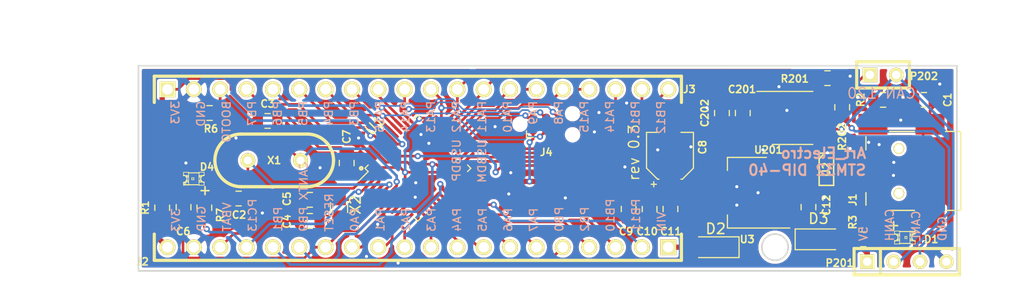
<source format=kicad_pcb>
(kicad_pcb (version 20171130) (host pcbnew "(5.1.4)-1")
  (title_block (title stm8s105c4-board) (rev 2.0) (company Art_Electro) (comment 2 Art_Electro) (comment 3 Art_Electro) (comment 4 Art_Electro))
  (layers (0 F.Cu signal) (31 B.Cu signal) (34 B.Paste user) (35 F.Paste user) (36 B.SilkS user) (37 F.SilkS user) (38 B.Mask user) (39 F.Mask user) (44 Edge.Cuts user))
  (net 0 "")
  (net 1 /BOOT0)
  (net 2 /D+)
  (net 3 /D-)
  (net 4 /PA0)
  (net 5 /PA1)
  (net 6 /PA10)
  (net 7 /PA11_USBDM)
  (net 8 /PA12_USBDP)
  (net 9 /PA2)
  (net 10 /PA3)
  (net 11 /PA4)
  (net 12 /PA5)
  (net 13 /PA6)
  (net 14 /PA7)
  (net 15 /PA8)
  (net 16 /PA9)
  (net 17 /PB0)
  (net 18 /PB1)
  (net 19 /PB10)
  (net 20 /PB11)
  (net 21 /PB12)
  (net 22 /PB13)
  (net 23 /PB14)
  (net 24 /PB15)
  (net 25 /PB2)
  (net 26 /PB5)
  (net 27 /PB6)
  (net 28 /PB7)
  (net 29 /PC13)
  (net 30 /PC14_OSC32_IN)
  (net 31 /PC15_OSC32_OUT)
  (net 32 /PD0)
  (net 33 /PD1)
  (net 34 /Reset)
  (net 35 /VBAT)
  (net 36 /VIN)
  (net 37 GND)
  (net 38 "Net-(C1-Pad2)")
  (net 39 /VCC)
  (net 40 "Net-(C12-Pad1)")
  (net 41 "Net-(D1-Pad1)")
  (net 42 /+5v)
  (net 43 "Net-(D4-Pad1)")
  (net 44 /CANTX)
  (net 45 /CANH)
  (net 46 /CANL)
  (net 47 "Net-(P202-Pad1)")
  (net 48 "Net-(R201-Pad1)")
  (net 49 /CANRX)
  (net 50 /PA13,TMS)
  (net 51 /PA14,TSK)
  (net 52 /PA15,TDI)
  (net 53 /PB3,TDO)
  (net 54 /PB4,NTRST)
  (module mini48-stm32:SMD2012 (layer F.Cu) (at 128.778 93.472 90)
    (fp_text reference X2 (at 1.05 1.6 90) (layer F.SilkS))
    (fp_text value 32.768KHz)
    (pad 2 smd rect (at 1.5 0.05 180) (size 1.25 1) (layers F.Cu F.Paste F.Mask) (net 30 /PC14_OSC32_IN))
    (pad 1 smd rect (at 0 0 180) (size 1.25 1) (layers F.Cu F.Paste F.Mask) (net 31 /PC15_OSC32_OUT))
  )
  (module Diode_SMD:D_SOD-123 (layer F.Cu) (at 175.006 95.758)
    (fp_text reference D3 (at 0 -2) (layer F.SilkS))
    (fp_text value DIODESCH)
    (pad 2 smd rect (at 1.65 0) (size 0.9 1.2) (layers F.Cu F.Paste F.Mask) (net 42 /+5v))
    (pad 1 smd rect (at -1.65 0) (size 0.9 1.2) (layers F.Cu F.Paste F.Mask) (net 40 "Net-(C12-Pad1)"))
  )
  (module Diode_SMD:D_SOD-123 (layer F.Cu) (at 165.1 96.52 180)
    (fp_text reference D2 (at 0 1.778) (layer F.SilkS))
    (fp_text value DIODESCH)
    (pad 2 smd rect (at 1.65 0 180) (size 0.9 1.2) (layers F.Cu F.Paste F.Mask) (net 36 /VIN))
    (pad 1 smd rect (at -1.65 0 180) (size 0.9 1.2) (layers F.Cu F.Paste F.Mask) (net 40 "Net-(C12-Pad1)"))
  )
  (module Package_QFP:LQFP-48_7x7mm_P0.5mm (layer F.Cu) (at 136.398 88.9 45)
    (fp_text reference U1 (at 0 -5.85 45) (layer F.SilkS))
    (fp_text value STM32F103C8)
    (pad 48 smd roundrect (at -2.75 -4.1625 45) (size 0.3 1.475) (layers F.Cu F.Paste F.Mask) (net 39 /VCC))
    (pad 47 smd roundrect (at -2.25 -4.1625 45) (size 0.3 1.475) (layers F.Cu F.Paste F.Mask) (net 37 GND))
    (pad 46 smd roundrect (at -1.75 -4.1625 45) (size 0.3 1.475) (layers F.Cu F.Paste F.Mask) (net 44 /CANTX))
    (pad 45 smd roundrect (at -1.25 -4.1625 45) (size 0.3 1.475) (layers F.Cu F.Paste F.Mask) (net 49 /CANRX))
    (pad 44 smd roundrect (at -0.75 -4.1625 45) (size 0.3 1.475) (layers F.Cu F.Paste F.Mask) (net 1 /BOOT0))
    (pad 43 smd roundrect (at -0.25 -4.1625 45) (size 0.3 1.475) (layers F.Cu F.Paste F.Mask) (net 28 /PB7))
    (pad 42 smd roundrect (at 0.25 -4.1625 45) (size 0.3 1.475) (layers F.Cu F.Paste F.Mask) (net 27 /PB6))
    (pad 41 smd roundrect (at 0.75 -4.1625 45) (size 0.3 1.475) (layers F.Cu F.Paste F.Mask) (net 26 /PB5))
    (pad 40 smd roundrect (at 1.25 -4.1625 45) (size 0.3 1.475) (layers F.Cu F.Paste F.Mask) (net 54 /PB4,NTRST))
    (pad 39 smd roundrect (at 1.75 -4.1625 45) (size 0.3 1.475) (layers F.Cu F.Paste F.Mask) (net 53 /PB3,TDO))
    (pad 38 smd roundrect (at 2.25 -4.1625 45) (size 0.3 1.475) (layers F.Cu F.Paste F.Mask) (net 52 /PA15,TDI))
    (pad 37 smd roundrect (at 2.75 -4.1625 45) (size 0.3 1.475) (layers F.Cu F.Paste F.Mask) (net 51 /PA14,TSK))
    (pad 36 smd roundrect (at 4.1625 -2.75 45) (size 1.475 0.3) (layers F.Cu F.Paste F.Mask) (net 39 /VCC))
    (pad 35 smd roundrect (at 4.1625 -2.25 45) (size 1.475 0.3) (layers F.Cu F.Paste F.Mask) (net 37 GND))
    (pad 34 smd roundrect (at 4.1625 -1.75 45) (size 1.475 0.3) (layers F.Cu F.Paste F.Mask) (net 50 /PA13,TMS))
    (pad 33 smd roundrect (at 4.1625 -1.25 45) (size 1.475 0.3) (layers F.Cu F.Paste F.Mask) (net 8 /PA12_USBDP))
    (pad 32 smd roundrect (at 4.1625 -0.75 45) (size 1.475 0.3) (layers F.Cu F.Paste F.Mask) (net 7 /PA11_USBDM))
    (pad 31 smd roundrect (at 4.1625 -0.25 45) (size 1.475 0.3) (layers F.Cu F.Paste F.Mask) (net 6 /PA10))
    (pad 30 smd roundrect (at 4.1625 0.25 45) (size 1.475 0.3) (layers F.Cu F.Paste F.Mask) (net 16 /PA9))
    (pad 29 smd roundrect (at 4.1625 0.75 45) (size 1.475 0.3) (layers F.Cu F.Paste F.Mask) (net 15 /PA8))
    (pad 28 smd roundrect (at 4.1625 1.25 45) (size 1.475 0.3) (layers F.Cu F.Paste F.Mask) (net 24 /PB15))
    (pad 27 smd roundrect (at 4.1625 1.75 45) (size 1.475 0.3) (layers F.Cu F.Paste F.Mask) (net 23 /PB14))
    (pad 26 smd roundrect (at 4.1625 2.25 45) (size 1.475 0.3) (layers F.Cu F.Paste F.Mask) (net 22 /PB13))
    (pad 25 smd roundrect (at 4.1625 2.75 45) (size 1.475 0.3) (layers F.Cu F.Paste F.Mask) (net 21 /PB12))
    (pad 24 smd roundrect (at 2.75 4.1625 45) (size 0.3 1.475) (layers F.Cu F.Paste F.Mask) (net 39 /VCC))
    (pad 23 smd roundrect (at 2.25 4.1625 45) (size 0.3 1.475) (layers F.Cu F.Paste F.Mask) (net 37 GND))
    (pad 22 smd roundrect (at 1.75 4.1625 45) (size 0.3 1.475) (layers F.Cu F.Paste F.Mask) (net 20 /PB11))
    (pad 21 smd roundrect (at 1.25 4.1625 45) (size 0.3 1.475) (layers F.Cu F.Paste F.Mask) (net 19 /PB10))
    (pad 20 smd roundrect (at 0.75 4.1625 45) (size 0.3 1.475) (layers F.Cu F.Paste F.Mask) (net 25 /PB2))
    (pad 19 smd roundrect (at 0.25 4.1625 45) (size 0.3 1.475) (layers F.Cu F.Paste F.Mask) (net 18 /PB1))
    (pad 18 smd roundrect (at -0.25 4.1625 45) (size 0.3 1.475) (layers F.Cu F.Paste F.Mask) (net 17 /PB0))
    (pad 17 smd roundrect (at -0.75 4.1625 45) (size 0.3 1.475) (layers F.Cu F.Paste F.Mask) (net 14 /PA7))
    (pad 16 smd roundrect (at -1.25 4.1625 45) (size 0.3 1.475) (layers F.Cu F.Paste F.Mask) (net 13 /PA6))
    (pad 15 smd roundrect (at -1.75 4.1625 45) (size 0.3 1.475) (layers F.Cu F.Paste F.Mask) (net 12 /PA5))
    (pad 14 smd roundrect (at -2.25 4.1625 45) (size 0.3 1.475) (layers F.Cu F.Paste F.Mask) (net 11 /PA4))
    (pad 13 smd roundrect (at -2.75 4.1625 45) (size 0.3 1.475) (layers F.Cu F.Paste F.Mask) (net 10 /PA3))
    (pad 12 smd roundrect (at -4.1625 2.75 45) (size 1.475 0.3) (layers F.Cu F.Paste F.Mask) (net 9 /PA2))
    (pad 11 smd roundrect (at -4.1625 2.25 45) (size 1.475 0.3) (layers F.Cu F.Paste F.Mask) (net 5 /PA1))
    (pad 10 smd roundrect (at -4.1625 1.75 45) (size 1.475 0.3) (layers F.Cu F.Paste F.Mask) (net 4 /PA0))
    (pad 9 smd roundrect (at -4.1625 1.25 45) (size 1.475 0.3) (layers F.Cu F.Paste F.Mask) (net 39 /VCC))
    (pad 8 smd roundrect (at -4.1625 0.75 45) (size 1.475 0.3) (layers F.Cu F.Paste F.Mask) (net 37 GND))
    (pad 7 smd roundrect (at -4.1625 0.25 45) (size 1.475 0.3) (layers F.Cu F.Paste F.Mask) (net 34 /Reset))
    (pad 6 smd roundrect (at -4.1625 -0.25 45) (size 1.475 0.3) (layers F.Cu F.Paste F.Mask) (net 33 /PD1))
    (pad 5 smd roundrect (at -4.1625 -0.75 45) (size 1.475 0.3) (layers F.Cu F.Paste F.Mask) (net 32 /PD0))
    (pad 4 smd roundrect (at -4.1625 -1.25 45) (size 1.475 0.3) (layers F.Cu F.Paste F.Mask) (net 31 /PC15_OSC32_OUT))
    (pad 3 smd roundrect (at -4.1625 -1.75 45) (size 1.475 0.3) (layers F.Cu F.Paste F.Mask) (net 30 /PC14_OSC32_IN))
    (pad 2 smd roundrect (at -4.1625 -2.25 45) (size 1.475 0.3) (layers F.Cu F.Paste F.Mask) (net 29 /PC13))
    (pad 1 smd roundrect (at -4.1625 -2.75 45) (size 1.475 0.3) (layers F.Cu F.Paste F.Mask) (net 35 /VBAT))
  )
  (module Capacitor_SMD:CP_Elec_4x5.3 (layer F.Cu) (at 160.693 87.6931 90)
    (fp_text reference C8 (at 0.8251 3.137 90) (layer F.SilkS) (effects (font (size 0.7 0.7))))
    (fp_text value 47uF)
    (pad 2 smd roundrect (at 1.8 0 90) (size 2.6 1.6) (layers F.Cu F.Paste F.Mask) (roundrect_rratio 0.15625) (net 37 GND))
    (pad 1 smd roundrect (at -1.8 0 90) (size 2.6 1.6) (layers F.Cu F.Paste F.Mask) (roundrect_rratio 0.15625) (net 39 /VCC))
  )
  (module Package_SO:SO-8_3.9x4.9mm_P1.27mm (layer F.Cu) (at 172.51 84.04)
    (fp_text reference U201 (at -2.33 3.082) (layer F.SilkS) (effects (font (size 0.7 0.7))))
    (fp_text value SN65HVD230)
    (pad 8 smd roundrect (at 2.575 -1.905) (size 1.75 0.6) (layers F.Cu F.Paste F.Mask) (net 48 "Net-(R201-Pad1)"))
    (pad 7 smd roundrect (at 2.575 -0.635) (size 1.75 0.6) (layers F.Cu F.Paste F.Mask) (net 45 /CANH))
    (pad 6 smd roundrect (at 2.575 0.635) (size 1.75 0.6) (layers F.Cu F.Paste F.Mask) (net 46 /CANL))
    (pad 5 smd roundrect (at 2.575 1.905) (size 1.75 0.6) (layers F.Cu F.Paste F.Mask))
    (pad 4 smd roundrect (at -2.575 1.905) (size 1.75 0.6) (layers F.Cu F.Paste F.Mask) (net 49 /CANRX))
    (pad 3 smd roundrect (at -2.575 0.635) (size 1.75 0.6) (layers F.Cu F.Paste F.Mask) (net 39 /VCC))
    (pad 2 smd roundrect (at -2.575 -0.635) (size 1.75 0.6) (layers F.Cu F.Paste F.Mask) (net 37 GND))
    (pad 1 smd roundrect (at -2.575 -1.905) (size 1.75 0.6) (layers F.Cu F.Paste F.Mask) (net 44 /CANTX))
  )
  (module Package_TO_SOT_SMD:SOT-223 (layer F.Cu) (at 168.14 91.26 180)
    (fp_text reference U3 (at 0 -4.5) (layer F.SilkS) (effects (font (size 0.7 0.7))))
    (fp_text value LM2937)
    (pad 1 smd rect (at -3.15 -2.3 180) (size 2 1.5) (layers F.Cu F.Paste F.Mask) (net 40 "Net-(C12-Pad1)"))
    (pad 3 smd rect (at -3.15 2.3 180) (size 2 1.5) (layers F.Cu F.Paste F.Mask) (net 39 /VCC))
    (pad 2 smd rect (at -3.15 0 180) (size 2 1.5) (layers F.Cu F.Paste F.Mask) (net 37 GND))
    (pad 4 smd rect (at 3.15 0 180) (size 2 3.8) (layers F.Cu F.Paste F.Mask) (net 37 GND))
  )
  (module Resistor_SMD:R_0805_2012Metric (layer F.Cu) (at 177.29 83.01 270)
    (fp_text reference R202 (at 2.842 -0.002 90) (layer F.SilkS) (effects (font (size 0.7 0.7))))
    (fp_text value 120)
    (pad 2 smd roundrect (at 0.9375 0 270) (size 0.975 1.4) (layers F.Cu F.Paste F.Mask) (net 45 /CANH))
    (pad 1 smd roundrect (at -0.9375 0 270) (size 0.975 1.4) (layers F.Cu F.Paste F.Mask) (net 47 "Net-(P202-Pad1)"))
  )
  (module Resistor_SMD:R_0805_2012Metric (layer F.Cu) (at 175.87 80.2)
    (fp_text reference R201 (at -3.15 0.064) (layer F.SilkS) (effects (font (size 0.7 0.7))))
    (fp_text value 10k)
    (pad 2 smd roundrect (at 0.9375 0) (size 0.975 1.4) (layers F.Cu F.Paste F.Mask) (net 37 GND))
    (pad 1 smd roundrect (at -0.9375 0) (size 0.975 1.4) (layers F.Cu F.Paste F.Mask) (net 48 "Net-(R201-Pad1)"))
  )
  (module Resistor_SMD:R_0805_2012Metric (layer F.Cu) (at 115.824 92.71 90)
    (fp_text reference R7 (at -0.71 1.556 270) (layer F.SilkS) (effects (font (size 0.7 0.7))))
    (fp_text value 1k)
    (pad 2 smd roundrect (at 0.9375 0 90) (size 0.975 1.4) (layers F.Cu F.Paste F.Mask) (net 43 "Net-(D4-Pad1)"))
    (pad 1 smd roundrect (at -0.9375 0 90) (size 0.975 1.4) (layers F.Cu F.Paste F.Mask) (net 29 /PC13))
  )
  (module Resistor_SMD:R_0805_2012Metric (layer F.Cu) (at 116.332 83.566)
    (fp_text reference R6 (at 0.127 1.524) (layer F.SilkS) (effects (font (size 0.7 0.7))))
    (fp_text value 10k)
    (pad 2 smd roundrect (at 0.9375 0) (size 0.975 1.4) (layers F.Cu F.Paste F.Mask) (net 1 /BOOT0))
    (pad 1 smd roundrect (at -0.9375 0) (size 0.975 1.4) (layers F.Cu F.Paste F.Mask) (net 37 GND))
  )
  (module Resistor_SMD:R_0805_2012Metric (layer F.Cu) (at 179.324 95.758)
    (fp_text reference R3 (at -1.016 -1.65 90) (layer F.SilkS) (effects (font (size 0.7 0.7))))
    (fp_text value 1k)
    (pad 2 smd roundrect (at 0.9375 0) (size 0.975 1.4) (layers F.Cu F.Paste F.Mask) (net 41 "Net-(D1-Pad1)"))
    (pad 1 smd roundrect (at -0.9375 0) (size 0.975 1.4) (layers F.Cu F.Paste F.Mask) (net 42 /+5v))
  )
  (module Resistor_SMD:R_0805_2012Metric (layer F.Cu) (at 181.23 82.296)
    (fp_text reference R2 (at -2.16 0 90) (layer F.SilkS) (effects (font (size 0.7 0.7))))
    (fp_text value 1M)
    (pad 2 smd roundrect (at 0.9375 0) (size 0.975 1.4) (layers F.Cu F.Paste F.Mask) (net 37 GND))
    (pad 1 smd roundrect (at -0.9375 0) (size 0.975 1.4) (layers F.Cu F.Paste F.Mask) (net 38 "Net-(C1-Pad2)"))
  )
  (module Resistor_SMD:R_0805_2012Metric (layer F.Cu) (at 111.76 92.71 90)
    (fp_text reference R1 (at 0 -1.65 90) (layer F.SilkS) (effects (font (size 0.7 0.7))))
    (fp_text value 1k)
    (pad 2 smd roundrect (at 0.9375 0 90) (size 0.975 1.4) (layers F.Cu F.Paste F.Mask) (net 39 /VCC))
    (pad 1 smd roundrect (at -0.9375 0 90) (size 0.975 1.4) (layers F.Cu F.Paste F.Mask) (net 34 /Reset))
  )
  (module Capacitor_SMD:C_0805_2012Metric (layer F.Cu) (at 165.7 83.57 90)
    (fp_text reference C202 (at 0 -1.65 90) (layer F.SilkS) (effects (font (size 0.7 0.7))))
    (fp_text value 4.7uF)
    (pad 2 smd roundrect (at 0.9375 0 90) (size 0.975 1.4) (layers F.Cu F.Paste F.Mask) (net 37 GND))
    (pad 1 smd roundrect (at -0.9375 0 90) (size 0.975 1.4) (layers F.Cu F.Paste F.Mask) (net 39 /VCC))
  )
  (module Capacitor_SMD:C_0805_2012Metric (layer F.Cu) (at 167.71 83.57 270)
    (fp_text reference C201 (at -2.29 0.07 180) (layer F.SilkS) (effects (font (size 0.7 0.7))))
    (fp_text value 0.1uF)
    (pad 2 smd roundrect (at 0.9375 0 270) (size 0.975 1.4) (layers F.Cu F.Paste F.Mask) (net 39 /VCC))
    (pad 1 smd roundrect (at -0.9375 0 270) (size 0.975 1.4) (layers F.Cu F.Paste F.Mask) (net 37 GND))
  )
  (module Capacitor_SMD:C_0805_2012Metric (layer F.Cu) (at 174.04 92.65 90)
    (fp_text reference C12 (at 0.194 1.728 90) (layer F.SilkS) (effects (font (size 0.7 0.7))))
    (fp_text value 10uF)
    (pad 2 smd roundrect (at 0.9375 0 90) (size 0.975 1.4) (layers F.Cu F.Paste F.Mask) (net 37 GND))
    (pad 1 smd roundrect (at -0.9375 0 90) (size 0.975 1.4) (layers F.Cu F.Paste F.Mask) (net 40 "Net-(C12-Pad1)"))
  )
  (module Capacitor_SMD:C_0805_2012Metric (layer F.Cu) (at 160.74 92.83 270)
    (fp_text reference C11 (at 2.166 -0.042 180) (layer F.SilkS) (effects (font (size 0.7 0.7))))
    (fp_text value 1uF)
    (pad 2 smd roundrect (at 0.9375 0 270) (size 0.975 1.4) (layers F.Cu F.Paste F.Mask) (net 37 GND))
    (pad 1 smd roundrect (at -0.9375 0 270) (size 0.975 1.4) (layers F.Cu F.Paste F.Mask) (net 39 /VCC))
  )
  (module Capacitor_SMD:C_0805_2012Metric (layer F.Cu) (at 158.73 92.8375 270)
    (fp_text reference C10 (at 2.1585 0.234 180) (layer F.SilkS) (effects (font (size 0.7 0.7))))
    (fp_text value 1uF)
    (pad 2 smd roundrect (at 0.9375 0 270) (size 0.975 1.4) (layers F.Cu F.Paste F.Mask) (net 37 GND))
    (pad 1 smd roundrect (at -0.9375 0 270) (size 0.975 1.4) (layers F.Cu F.Paste F.Mask) (net 39 /VCC))
  )
  (module Capacitor_SMD:C_0805_2012Metric (layer F.Cu) (at 156.71 92.83 270)
    (fp_text reference C9 (at 2.166 0.246 180) (layer F.SilkS) (effects (font (size 0.7 0.7))))
    (fp_text value 0.1uF)
    (pad 2 smd roundrect (at 0.9375 0 270) (size 0.975 1.4) (layers F.Cu F.Paste F.Mask) (net 37 GND))
    (pad 1 smd roundrect (at -0.9375 0 270) (size 0.975 1.4) (layers F.Cu F.Paste F.Mask) (net 39 /VCC))
  )
  (module Capacitor_SMD:C_0805_2012Metric (layer F.Cu) (at 129.54 88.392 270)
    (fp_text reference C7 (at -2.54 0 90) (layer F.SilkS) (effects (font (size 0.7 0.7))))
    (fp_text value 1uF)
    (pad 2 smd roundrect (at 0.9375 0 270) (size 0.975 1.4) (layers F.Cu F.Paste F.Mask) (net 37 GND))
    (pad 1 smd roundrect (at -0.9375 0 270) (size 0.975 1.4) (layers F.Cu F.Paste F.Mask) (net 39 /VCC))
  )
  (module Capacitor_SMD:C_0805_2012Metric (layer F.Cu) (at 113.82 92.66 270)
    (fp_text reference C6 (at 2.336 0.028) (layer F.SilkS) (effects (font (size 0.7 0.7))))
    (fp_text value 100nF)
    (pad 2 smd roundrect (at 0.9375 0 270) (size 0.975 1.4) (layers F.Cu F.Paste F.Mask) (net 34 /Reset))
    (pad 1 smd roundrect (at -0.9375 0 270) (size 0.975 1.4) (layers F.Cu F.Paste F.Mask) (net 37 GND))
  )
  (module Capacitor_SMD:C_0805_2012Metric (layer F.Cu) (at 125.984 91.948)
    (fp_text reference C5 (at -2.2 -0.1 270) (layer F.SilkS) (effects (font (size 0.7 0.7))))
    (fp_text value 18pF)
    (pad 2 smd roundrect (at 0.9375 0) (size 0.975 1.4) (layers F.Cu F.Paste F.Mask) (net 30 /PC14_OSC32_IN))
    (pad 1 smd roundrect (at -0.9375 0) (size 0.975 1.4) (layers F.Cu F.Paste F.Mask) (net 37 GND))
  )
  (module Capacitor_SMD:C_0805_2012Metric (layer F.Cu) (at 125.984 93.98)
    (fp_text reference C4 (at -2.21 0.05 270) (layer F.SilkS) (effects (font (size 0.7 0.7))))
    (fp_text value 18pF)
    (pad 2 smd roundrect (at 0.9375 0) (size 0.975 1.4) (layers F.Cu F.Paste F.Mask) (net 31 /PC15_OSC32_OUT))
    (pad 1 smd roundrect (at -0.9375 0) (size 0.975 1.4) (layers F.Cu F.Paste F.Mask) (net 37 GND))
  )
  (module Capacitor_SMD:C_0805_2012Metric (layer F.Cu) (at 121.92 84.328)
    (fp_text reference C3 (at 0 -1.65) (layer F.SilkS) (effects (font (size 0.7 0.7))))
    (fp_text value 18pF)
    (pad 2 smd roundrect (at 0.9375 0) (size 0.975 1.4) (layers F.Cu F.Paste F.Mask) (net 33 /PD1))
    (pad 1 smd roundrect (at -0.9375 0) (size 0.975 1.4) (layers F.Cu F.Paste F.Mask) (net 37 GND))
  )
  (module Capacitor_SMD:C_0805_2012Metric (layer F.Cu) (at 119.126 91.821)
    (fp_text reference C2 (at 0.044 1.579 180) (layer F.SilkS) (effects (font (size 0.7 0.7))))
    (fp_text value 18pF)
    (pad 2 smd roundrect (at 0.9375 0) (size 0.975 1.4) (layers F.Cu F.Paste F.Mask) (net 32 /PD0))
    (pad 1 smd roundrect (at -0.9375 0) (size 0.975 1.4) (layers F.Cu F.Paste F.Mask) (net 37 GND))
  )
  (module Capacitor_SMD:C_0805_2012Metric (layer F.Cu) (at 185.166 82.296)
    (fp_text reference C1 (at 2.286 0 90) (layer F.SilkS) (effects (font (size 0.7 0.7))))
    (fp_text value 4700pF)
    (pad 2 smd roundrect (at 0.9375 0) (size 0.975 1.4) (layers F.Cu F.Paste F.Mask) (net 38 "Net-(C1-Pad2)"))
    (pad 1 smd roundrect (at -0.9375 0) (size 0.975 1.4) (layers F.Cu F.Paste F.Mask) (net 37 GND))
  )
  (module Connector:Tag-Connect_TC2030-IDC-NL_2x03_P1.27mm_Vertical (layer F.Cu) (at 148.77 84.65)
    (fp_text reference J4 (at 0 2.7) (layer F.SilkS) (effects (font (size 0.7 0.7))))
    (fp_text value Conn_02x03_Odd_Even)
    (pad "" np_thru_hole circle (at 2.54 -1.016) (size 0.9906 0.9906) (drill 0.9906) (layers *.Cu *.Mask))
    (pad "" np_thru_hole circle (at 2.54 1.016) (size 0.9906 0.9906) (drill 0.9906) (layers *.Cu *.Mask))
    (pad "" np_thru_hole circle (at -2.54 0) (size 0.9906 0.9906) (drill 0.9906) (layers *.Cu *.Mask))
    (pad 1 connect circle (at -1.27 0.635) (size 0.7874 0.7874) (layers F.Cu F.Mask) (net 39 /VCC))
    (pad 2 connect circle (at -1.27 -0.635) (size 0.7874 0.7874) (layers F.Cu F.Mask) (net 50 /PA13,TMS))
    (pad 3 connect circle (at 0 0.635) (size 0.7874 0.7874) (layers F.Cu F.Mask) (net 54 /PB4,NTRST))
    (pad 4 connect circle (at 0 -0.635) (size 0.7874 0.7874) (layers F.Cu F.Mask) (net 51 /PA14,TSK))
    (pad 5 connect circle (at 1.27 0.635) (size 0.7874 0.7874) (layers F.Cu F.Mask) (net 37 GND))
    (pad 6 connect circle (at 1.27 -0.635) (size 0.7874 0.7874) (layers F.Cu F.Mask) (net 53 /PB3,TDO))
  )
  (module mini48-stm32:PIN_ARRAY_20X1 (layer F.Cu) (at 136.398 81.28)
    (fp_text reference J3 (at 26.162 0) (layer F.SilkS) (effects (font (size 0.7 0.7))))
    (fp_text value Conn_01x20 hide)
    (pad 20 thru_hole circle (at 24.13 0) (size 1.524 1.524) (drill 1.016) (layers *.Cu *.Mask F.SilkS) (net 21 /PB12))
    (pad 5 thru_hole circle (at -13.97 0) (size 1.524 1.524) (drill 1.016) (layers *.Cu *.Mask F.SilkS) (net 27 /PB6))
    (pad 4 thru_hole circle (at -16.51 0) (size 1.524 1.524) (drill 1.016) (layers *.Cu *.Mask F.SilkS) (net 28 /PB7))
    (pad 3 thru_hole circle (at -19.05 0) (size 1.524 1.524) (drill 1.016) (layers *.Cu *.Mask F.SilkS) (net 1 /BOOT0))
    (pad 2 thru_hole circle (at -21.59 0) (size 1.524 1.524) (drill 1.016) (layers *.Cu *.Mask F.SilkS) (net 37 GND))
    (pad 19 thru_hole circle (at 21.59 0) (size 1.524 1.524) (drill 1.016) (layers *.Cu *.Mask F.SilkS) (net 22 /PB13))
    (pad 18 thru_hole circle (at 19.05 0) (size 1.524 1.524) (drill 1.016) (layers *.Cu *.Mask F.SilkS) (net 23 /PB14))
    (pad 17 thru_hole circle (at 16.51 0) (size 1.524 1.524) (drill 1.016) (layers *.Cu *.Mask F.SilkS) (net 24 /PB15))
    (pad 16 thru_hole circle (at 13.97 0) (size 1.524 1.524) (drill 1.016) (layers *.Cu *.Mask F.SilkS) (net 15 /PA8))
    (pad 15 thru_hole circle (at 11.43 0) (size 1.524 1.524) (drill 1.016) (layers *.Cu *.Mask F.SilkS) (net 16 /PA9))
    (pad 14 thru_hole circle (at 8.89 0) (size 1.524 1.524) (drill 1.016) (layers *.Cu *.Mask F.SilkS) (net 6 /PA10))
    (pad 13 thru_hole circle (at 6.35 0) (size 1.524 1.524) (drill 1.016) (layers *.Cu *.Mask F.SilkS) (net 7 /PA11_USBDM))
    (pad 12 thru_hole circle (at 3.81 0) (size 1.524 1.524) (drill 1.016) (layers *.Cu *.Mask F.SilkS) (net 8 /PA12_USBDP))
    (pad 11 thru_hole circle (at 1.27 0) (size 1.524 1.524) (drill 1.016) (layers *.Cu *.Mask F.SilkS) (net 50 /PA13,TMS))
    (pad 10 thru_hole circle (at -1.27 0) (size 1.524 1.524) (drill 1.016) (layers *.Cu *.Mask F.SilkS) (net 51 /PA14,TSK))
    (pad 9 thru_hole circle (at -3.81 0) (size 1.524 1.524) (drill 1.016) (layers *.Cu *.Mask F.SilkS) (net 52 /PA15,TDI))
    (pad 8 thru_hole circle (at -6.35 0) (size 1.524 1.524) (drill 1.016) (layers *.Cu *.Mask F.SilkS) (net 53 /PB3,TDO))
    (pad 7 thru_hole circle (at -8.89 0) (size 1.524 1.524) (drill 1.016) (layers *.Cu *.Mask F.SilkS) (net 54 /PB4,NTRST))
    (pad 6 thru_hole circle (at -11.43 0) (size 1.524 1.524) (drill 1.016) (layers *.Cu *.Mask F.SilkS) (net 26 /PB5))
    (pad 1 thru_hole rect (at -24.13 0) (size 1.524 1.524) (drill 1.016) (layers *.Cu *.Mask F.SilkS) (net 39 /VCC))
  )
  (module mini48-stm32:PIN_ARRAY_20X1 (layer F.Cu) (at 136.398 96.52 180)
    (fp_text reference J2 (at 26.543 -1.397) (layer F.SilkS) (effects (font (size 0.7 0.7))))
    (fp_text value Conn_01x20 hide)
    (pad 20 thru_hole circle (at 24.13 0 180) (size 1.524 1.524) (drill 1.016) (layers *.Cu *.Mask F.SilkS) (net 39 /VCC))
    (pad 5 thru_hole circle (at -13.97 0 180) (size 1.524 1.524) (drill 1.016) (layers *.Cu *.Mask F.SilkS) (net 17 /PB0))
    (pad 4 thru_hole circle (at -16.51 0 180) (size 1.524 1.524) (drill 1.016) (layers *.Cu *.Mask F.SilkS) (net 25 /PB2))
    (pad 3 thru_hole circle (at -19.05 0 180) (size 1.524 1.524) (drill 1.016) (layers *.Cu *.Mask F.SilkS) (net 19 /PB10))
    (pad 2 thru_hole circle (at -21.59 0 180) (size 1.524 1.524) (drill 1.016) (layers *.Cu *.Mask F.SilkS) (net 20 /PB11))
    (pad 19 thru_hole circle (at 21.59 0 180) (size 1.524 1.524) (drill 1.016) (layers *.Cu *.Mask F.SilkS) (net 37 GND))
    (pad 18 thru_hole circle (at 19.05 0 180) (size 1.524 1.524) (drill 1.016) (layers *.Cu *.Mask F.SilkS) (net 35 /VBAT))
    (pad 17 thru_hole circle (at 16.51 0 180) (size 1.524 1.524) (drill 1.016) (layers *.Cu *.Mask F.SilkS) (net 29 /PC13))
    (pad 16 thru_hole circle (at 13.97 0 180) (size 1.524 1.524) (drill 1.016) (layers *.Cu *.Mask F.SilkS) (net 18 /PB1))
    (pad 15 thru_hole circle (at 11.43 0 180) (size 1.524 1.524) (drill 1.016) (layers *.Cu *.Mask F.SilkS) (net 44 /CANTX))
    (pad 14 thru_hole circle (at 8.89 0 180) (size 1.524 1.524) (drill 1.016) (layers *.Cu *.Mask F.SilkS) (net 34 /Reset))
    (pad 13 thru_hole circle (at 6.35 0 180) (size 1.524 1.524) (drill 1.016) (layers *.Cu *.Mask F.SilkS) (net 4 /PA0))
    (pad 12 thru_hole circle (at 3.81 0 180) (size 1.524 1.524) (drill 1.016) (layers *.Cu *.Mask F.SilkS) (net 5 /PA1))
    (pad 11 thru_hole circle (at 1.27 0 180) (size 1.524 1.524) (drill 1.016) (layers *.Cu *.Mask F.SilkS) (net 9 /PA2))
    (pad 10 thru_hole circle (at -1.27 0 180) (size 1.524 1.524) (drill 1.016) (layers *.Cu *.Mask F.SilkS) (net 10 /PA3))
    (pad 9 thru_hole circle (at -3.81 0 180) (size 1.524 1.524) (drill 1.016) (layers *.Cu *.Mask F.SilkS) (net 11 /PA4))
    (pad 8 thru_hole circle (at -6.35 0 180) (size 1.524 1.524) (drill 1.016) (layers *.Cu *.Mask F.SilkS) (net 12 /PA5))
    (pad 7 thru_hole circle (at -8.89 0 180) (size 1.524 1.524) (drill 1.016) (layers *.Cu *.Mask F.SilkS) (net 13 /PA6))
    (pad 6 thru_hole circle (at -11.43 0 180) (size 1.524 1.524) (drill 1.016) (layers *.Cu *.Mask F.SilkS) (net 14 /PA7))
    (pad 1 thru_hole rect (at -24.13 0 180) (size 1.524 1.524) (drill 1.016) (layers *.Cu *.Mask F.SilkS) (net 36 /VIN))
  )
  (module HC-49V (layer F.Cu) (at 122.555 88.138)
    (fp_text reference X1 (at 0 0) (layer F.SilkS) (effects (font (size 0.7 0.7))))
    (fp_text value 8MHz hide)
    (pad 1 thru_hole circle (at -2.54 0) (size 1.4224 1.4224) (drill 0.762) (layers *.Cu *.Mask F.SilkS) (net 32 /PD0))
    (pad 2 thru_hole circle (at 2.54 0) (size 1.4224 1.4224) (drill 0.762) (layers *.Cu *.Mask F.SilkS) (net 33 /PD1))
  )
  (module SOT-457 (layer F.Cu) (at 175.768 89.027 270)
    (fp_text reference U2 (at 0 0 270) (layer F.SilkS) (effects (font (size 0.7 0.7))))
    (fp_text value NUF2101MT1G hide)
    (pad 1 smd rect (at -0.95 1.2 270) (size 0.7 1) (layers F.Cu F.Paste F.Mask) (net 8 /PA12_USBDP))
    (pad 2 smd rect (at 0 1.2 270) (size 0.7 1) (layers F.Cu F.Paste F.Mask) (net 37 GND))
    (pad 3 smd rect (at 0.95 1.2 270) (size 0.7 1) (layers F.Cu F.Paste F.Mask) (net 7 /PA11_USBDM))
    (pad 4 smd rect (at 0.95 -1.2 270) (size 0.7 1) (layers F.Cu F.Paste F.Mask) (net 3 /D-))
    (pad 5 smd rect (at 0 -1.2 270) (size 0.7 1) (layers F.Cu F.Paste F.Mask) (net 42 /+5v))
    (pad 6 smd rect (at -0.95 -1.2 270) (size 0.7 1) (layers F.Cu F.Paste F.Mask) (net 2 /D+))
  )
  (module MINI-USB-5P-3400020P1 (layer F.Cu) (at 184.15 89.154 90)
    (fp_text reference J1 (at -2.794 -5.842 90) (layer F.SilkS) (effects (font (size 0.7 0.7))))
    (fp_text value MINI-USB hide)
    (pad "" thru_hole circle (at 2.159 -1.397 180) (size 1.016 1.016) (drill 0.762) (layers *.Cu *.Mask F.SilkS))
    (pad "" thru_hole circle (at -2.159 -1.397 180) (size 1.016 1.016) (drill 0.762) (layers *.Cu *.Mask F.SilkS))
    (pad 6 smd rect (at 4.5 -3.897 180) (size 2.794 2) (layers F.Cu F.Paste F.Mask) (net 38 "Net-(C1-Pad2)"))
    (pad 6 smd rect (at -4.5 -3.897 180) (size 2.794 2) (layers F.Cu F.Paste F.Mask) (net 38 "Net-(C1-Pad2)"))
    (pad 6 smd rect (at 4.5 1.603 180) (size 2.794 2) (layers F.Cu F.Paste F.Mask) (net 38 "Net-(C1-Pad2)"))
    (pad 6 smd rect (at -4.5 1.603 180) (size 2.794 2) (layers F.Cu F.Paste F.Mask) (net 38 "Net-(C1-Pad2)"))
    (pad 5 smd rect (at 1.6 -4.191 90) (size 0.508 2.54) (layers F.Cu F.Paste F.Mask) (net 37 GND))
    (pad 4 smd rect (at 0.8 -4.191 90) (size 0.508 2.54) (layers F.Cu F.Paste F.Mask))
    (pad 3 smd rect (at 0 -4.191 90) (size 0.508 2.54) (layers F.Cu F.Paste F.Mask) (net 2 /D+))
    (pad 2 smd rect (at -0.8 -4.191 90) (size 0.508 2.54) (layers F.Cu F.Paste F.Mask) (net 3 /D-))
    (pad 1 smd rect (at -1.6 -4.191 90) (size 0.508 2.54) (layers F.Cu F.Paste F.Mask) (net 42 /+5v))
  )
  (module LED-0805_A (layer F.Cu) (at 114.808 89.916 180)
    (fp_text reference D4 (at -1.27 1.143 180) (layer F.SilkS) (effects (font (size 0.7 0.7))))
    (fp_text value BLUE hide)
    (pad 1 smd rect (at -1.04902 0 180) (size 1.19888 1.19888) (layers F.Cu F.Paste F.Mask) (net 43 "Net-(D4-Pad1)"))
    (pad 2 smd rect (at 1.04902 0 180) (size 1.19888 1.19888) (layers F.Cu F.Paste F.Mask) (net 37 GND))
  )
  (module LED-0805_A (layer F.Cu) (at 183.33 95.58)
    (fp_text reference D1 (at 2.54 0.178) (layer F.SilkS) (effects (font (size 0.7 0.7))))
    (fp_text value GREEN hide)
    (pad 1 smd rect (at -1.04902 0) (size 1.19888 1.19888) (layers F.Cu F.Paste F.Mask) (net 41 "Net-(D1-Pad1)"))
    (pad 2 smd rect (at 1.04902 0) (size 1.19888 1.19888) (layers F.Cu F.Paste F.Mask) (net 37 GND))
  )
  (module SIL-4 (layer F.Cu) (at 183.515 97.917)
    (fp_text reference P201 (at -6.477 0.127) (layer F.SilkS) (effects (font (size 0.7 0.7))))
    (fp_text value CONN_4 hide)
    (pad 1 thru_hole rect (at -3.81 0) (size 1.397 1.397) (drill 0.8128) (layers *.Cu *.Mask F.SilkS) (net 42 /+5v))
    (pad 2 thru_hole circle (at -1.27 0) (size 1.397 1.397) (drill 0.8128) (layers *.Cu *.Mask F.SilkS) (net 45 /CANH))
    (pad 3 thru_hole circle (at 1.27 0) (size 1.397 1.397) (drill 0.8128) (layers *.Cu *.Mask F.SilkS) (net 46 /CANL))
    (pad 4 thru_hole circle (at 3.81 0) (size 1.397 1.397) (drill 0.8128) (layers *.Cu *.Mask F.SilkS) (net 37 GND))
  )
  (module JUMPER-2 (layer F.Cu) (at 181.229 79.883)
    (fp_text reference P202 (at 3.937 0.127) (layer F.SilkS) (effects (font (size 0.7 0.7))))
    (fp_text value JUMPER hide)
    (pad 1 thru_hole rect (at -1.27 0) (size 1.397 1.397) (drill 0.8128) (layers *.Cu *.Mask F.SilkS) (net 47 "Net-(P202-Pad1)"))
    (pad 2 thru_hole circle (at 1.27 0) (size 1.397 1.397) (drill 0.8128) (layers *.Cu *.Mask F.SilkS) (net 46 /CANL))
  )
  (gr_text "3V3\n\nGND\n\nBOOTO\n\nPB7\n\nPB6\n\nPB5\n\nPB4\n\nPB3\n\nPA15\n\nPA14\n\nPA13\n\nPA12 USBDP\n\nPA11 USBDM\n\nPA10\n\nPA9\n\nPA8\n\nPA15\n\nPA14\n\nPB13\n\nPB12" (at 136.43 82.31 90) (layer B.SilkS) (effects (font (size 0.765 0.81788) (thickness 0.127)) (justify left mirror)))
  (gr_circle (center 170.815 96.52) (end 172.085 96.52) (layer Edge.Cuts) (width 0.15))
  (gr_text "5V\n\nCANH\n\nCANL\n\nGND" (at 183.134 96.012 90) (layer B.SilkS) (effects (font (size 0.7874 0.7874) (thickness 0.127)) (justify right mirror)))
  (gr_text "CAN 120" (at 181.0766 81.661) (layer B.SilkS) (effects (font (size 1.016 1.016) (thickness 0.127)) (justify mirror)))
  (gr_text "3V3\n\nGND\n\nVBAT\n\nPC13\n\nPB1\n\nCANTX PB9\n\nRESET\n\nPA0\n\nPA1\n\nPA2\n\nPA3\n\nPA4\n\nPA5\n\nPA6\n\nPA7\n\nPB0\n\nPB2\n\nPB10\n\nPB11\n\nVIN" (at 136.48 95.11 90) (layer B.SilkS) (effects (font (size 0.765 0.81788) (thickness 0.127)) (justify right mirror)))
  (gr_circle (center 130.937 88.9) (end 131.064 88.9) (layer F.SilkS) (width 0.2))
  (gr_text "rev 0.3\n" (at 157.226 87.376 90) (layer F.SilkS) (effects (font (size 1.016 1.016) (thickness 0.127))))
  (gr_text "Art_Electro\nSTM32 DIP-40" (at 179.705 88.265) (layer B.SilkS) (effects (font (size 1.016 1.016) (thickness 0.2032)) (justify left mirror)))
  (gr_line (start 109.474 98.806) (end 109.474 78.994) (angle 90) (layer Edge.Cuts) (width 0.15))
  (gr_line (start 188.341 98.806) (end 109.474 98.806) (angle 90) (layer Edge.Cuts) (width 0.15))
  (gr_line (start 188.341 78.994) (end 188.341 98.806) (angle 90) (layer Edge.Cuts) (width 0.15))
  (gr_line (start 109.474 78.994) (end 188.341 78.994) (angle 90) (layer Edge.Cuts) (width 0.15))
  (via (at 131.8274 85.7486) (size 0.6) (drill 0.3) (layers F.Cu B.Cu) (net 1))
  (segment (start 131.8274 85.7487) (end 131.8274 85.7486) (width 0.254) (layer F.Cu) (net 1))
  (segment (start 132.187 85.7487) (end 131.8274 85.7487) (width 0.254) (layer F.Cu) (net 1))
  (segment (start 132.9693 86.531) (end 132.187 85.7487) (width 0.254) (layer F.Cu) (net 1))
  (segment (start 130.3779 84.2991) (end 131.8274 85.7486) (width 0.254) (layer B.Cu) (net 1))
  (segment (start 120.3671 84.2991) (end 130.3779 84.2991) (width 0.254) (layer B.Cu) (net 1))
  (segment (start 117.348 81.28) (end 120.3671 84.2991) (width 0.254) (layer B.Cu) (net 1))
  (segment (start 117.348 83.4875) (end 117.2695 83.566) (width 0.254) (layer F.Cu) (net 1))
  (segment (start 117.348 81.28) (end 117.348 83.4875) (width 0.254) (layer F.Cu) (net 1))
  (segment (start 179.959 89.154) (end 178.435 89.154) (width 0.254) (layer F.Cu) (net 2))
  (segment (start 177.866 88.077) (end 176.968 88.077) (width 0.254) (layer F.Cu) (net 2))
  (segment (start 178.054 88.265) (end 177.866 88.077) (width 0.254) (layer F.Cu) (net 2))
  (segment (start 178.054 88.773) (end 178.054 88.265) (width 0.254) (layer F.Cu) (net 2))
  (segment (start 178.435 89.154) (end 178.054 88.773) (width 0.254) (layer F.Cu) (net 2))
  (segment (start 179.959 89.954) (end 176.991 89.954) (width 0.254) (layer F.Cu) (net 3))
  (segment (start 176.991 89.954) (end 176.968 89.977) (width 0.254) (layer F.Cu) (net 3))
  (segment (start 130.048 96.52) (end 130.937 96.52) (width 0.254) (layer F.Cu) (net 4))
  (segment (start 133.50805 94.26505) (end 134.0433 93.7298) (width 0.254) (layer F.Cu) (net 4))
  (segment (start 134.0433 93.7298) (end 134.7367 93.0364) (width 0.254) (layer F.Cu) (net 4))
  (segment (start 133.35 94.4231) (end 133.50805 94.26505) (width 0.254) (layer F.Cu) (net 4))
  (segment (start 133.35 94.8055) (end 133.35 94.4231) (width 0.254) (layer F.Cu) (net 4))
  (segment (start 133.0325 95.123) (end 133.35 94.8055) (width 0.254) (layer F.Cu) (net 4))
  (segment (start 132.08 95.123) (end 133.0325 95.123) (width 0.254) (layer F.Cu) (net 4))
  (segment (start 131.3815 95.8215) (end 132.08 95.123) (width 0.254) (layer F.Cu) (net 4))
  (segment (start 131.3815 96.0755) (end 131.3815 95.8215) (width 0.254) (layer F.Cu) (net 4))
  (segment (start 130.937 96.52) (end 131.3815 96.0755) (width 0.254) (layer F.Cu) (net 4))
  (segment (start 133.92525 94.55525) (end 133.92525 95.75425) (width 0.254) (layer F.Cu) (net 5))
  (segment (start 135.0904 93.3901) (end 133.92525 94.55525) (width 0.254) (layer F.Cu) (net 5))
  (segment (start 133.1595 96.52) (end 132.588 96.52) (width 0.254) (layer F.Cu) (net 5))
  (segment (start 133.92525 95.75425) (end 133.1595 96.52) (width 0.254) (layer F.Cu) (net 5))
  (segment (start 143.7136 82.8544) (end 145.288 81.28) (width 0.254) (layer F.Cu) (net 6))
  (segment (start 142.0916 82.8544) (end 143.7136 82.8544) (width 0.254) (layer F.Cu) (net 6))
  (segment (start 139.1209 85.8251) (end 142.0916 82.8544) (width 0.254) (layer F.Cu) (net 6))
  (segment (start 165.989 79.883) (end 172.14526 79.883) (width 0.254) (layer F.Cu) (net 7))
  (segment (start 173.228 80.96574) (end 173.228 87.122) (width 0.254) (layer F.Cu) (net 7))
  (segment (start 172.14526 79.883) (end 173.228 80.96574) (width 0.254) (layer F.Cu) (net 7))
  (segment (start 174.568 89.977) (end 173.797 89.977) (width 0.254) (layer F.Cu) (net 7))
  (segment (start 144.145 79.883) (end 142.748 81.28) (width 0.254) (layer F.Cu) (net 7))
  (segment (start 165.989 79.883) (end 144.145 79.883) (width 0.254) (layer F.Cu) (net 7))
  (segment (start 173.228 89.408) (end 173.228 87.122) (width 0.254) (layer F.Cu) (net 7))
  (segment (start 173.797 89.977) (end 173.228 89.408) (width 0.254) (layer F.Cu) (net 7))
  (segment (start 142.748 81.4903) (end 142.748 81.28) (width 0.254) (layer F.Cu) (net 7))
  (segment (start 138.767 85.4713) (end 142.748 81.4903) (width 0.254) (layer F.Cu) (net 7))
  (segment (start 166.293798 79.425798) (end 172.262798 79.425798) (width 0.254) (layer F.Cu) (net 8))
  (segment (start 173.736 80.899) (end 173.736 86.868) (width 0.254) (layer F.Cu) (net 8))
  (segment (start 172.262798 79.425798) (end 173.736 80.899) (width 0.254) (layer F.Cu) (net 8))
  (segment (start 174.568 88.077) (end 174.568 87.7) (width 0.254) (layer F.Cu) (net 8))
  (segment (start 174.568 87.7) (end 173.736 86.868) (width 0.254) (layer F.Cu) (net 8))
  (segment (start 142.062202 79.425798) (end 140.208 81.28) (width 0.254) (layer F.Cu) (net 8))
  (segment (start 166.293798 79.425798) (end 142.062202 79.425798) (width 0.254) (layer F.Cu) (net 8))
  (segment (start 140.208 83.3227) (end 140.208 81.28) (width 0.254) (layer F.Cu) (net 8))
  (segment (start 138.4132 85.1175) (end 140.208 83.3227) (width 0.254) (layer F.Cu) (net 8))
  (segment (start 135.128 94.8146) (end 135.128 96.52) (width 0.254) (layer F.Cu) (net 9))
  (segment (start 134.7509 94.4374) (end 135.128 94.8146) (width 0.254) (layer F.Cu) (net 9))
  (segment (start 135.4443 93.744) (end 134.7509 94.4374) (width 0.254) (layer F.Cu) (net 9))
  (segment (start 137.668 94.8146) (end 137.668 96.52) (width 0.254) (layer F.Cu) (net 10))
  (segment (start 138.0452 94.4374) (end 137.668 94.8146) (width 0.254) (layer F.Cu) (net 10))
  (segment (start 137.3517 93.744) (end 138.0452 94.4374) (width 0.254) (layer F.Cu) (net 10))
  (segment (start 140.208 95.8925) (end 140.208 96.52) (width 0.254) (layer F.Cu) (net 11))
  (segment (start 137.7056 93.3901) (end 140.208 95.8925) (width 0.254) (layer F.Cu) (net 11))
  (segment (start 142.2507 96.52) (end 142.748 96.52) (width 0.254) (layer F.Cu) (net 12))
  (segment (start 139.9237 94.193) (end 142.2507 96.52) (width 0.254) (layer F.Cu) (net 12))
  (segment (start 139.2159 94.193) (end 139.9237 94.193) (width 0.254) (layer F.Cu) (net 12))
  (segment (start 138.0593 93.0364) (end 139.2159 94.193) (width 0.254) (layer F.Cu) (net 12))
  (segment (start 139.3225 93.5918) (end 138.4132 92.6825) (width 0.254) (layer F.Cu) (net 13))
  (segment (start 140.0301 93.5918) (end 139.3225 93.5918) (width 0.254) (layer F.Cu) (net 13))
  (segment (start 141.8396 95.4013) (end 140.0301 93.5918) (width 0.254) (layer F.Cu) (net 13))
  (segment (start 144.1693 95.4013) (end 141.8396 95.4013) (width 0.254) (layer F.Cu) (net 13))
  (segment (start 145.288 96.52) (end 144.1693 95.4013) (width 0.254) (layer F.Cu) (net 13))
  (segment (start 146.2124 94.9044) (end 147.828 96.52) (width 0.254) (layer F.Cu) (net 14))
  (segment (start 142.0504 94.9044) (end 146.2124 94.9044) (width 0.254) (layer F.Cu) (net 14))
  (segment (start 140.1683 93.0223) (end 142.0504 94.9044) (width 0.254) (layer F.Cu) (net 14))
  (segment (start 139.4606 93.0223) (end 140.1683 93.0223) (width 0.254) (layer F.Cu) (net 14))
  (segment (start 138.767 92.3287) (end 139.4606 93.0223) (width 0.254) (layer F.Cu) (net 14))
  (segment (start 142.690451 83.667219) (end 139.826662 86.531008) (width 0.254) (layer F.Cu) (net 15))
  (segment (start 150.368 81.28) (end 149.326599 82.321401) (width 0.254) (layer F.Cu) (net 15))
  (segment (start 149.326599 82.321401) (end 146.333349 82.321401) (width 0.254) (layer F.Cu) (net 15))
  (segment (start 146.333349 82.321401) (end 145.92694 82.72781) (width 0.254) (layer F.Cu) (net 15))
  (segment (start 145.92694 82.72781) (end 144.989689 82.727811) (width 0.254) (layer F.Cu) (net 15))
  (segment (start 144.989689 82.727811) (end 144.050282 83.667218) (width 0.254) (layer F.Cu) (net 15))
  (segment (start 144.050282 83.667218) (end 142.690451 83.667219) (width 0.254) (layer F.Cu) (net 15))
  (segment (start 147.0155 81.28) (end 147.828 81.28) (width 0.254) (layer F.Cu) (net 16))
  (segment (start 144.821349 82.321401) (end 145.758599 82.321401) (width 0.254) (layer F.Cu) (net 16))
  (segment (start 143.881941 83.260809) (end 144.821349 82.321401) (width 0.254) (layer F.Cu) (net 16))
  (segment (start 146.8 81.28) (end 147.828 81.28) (width 0.254) (layer F.Cu) (net 16))
  (segment (start 145.758599 82.321401) (end 146.8 81.28) (width 0.254) (layer F.Cu) (net 16))
  (segment (start 142.389191 83.260809) (end 142.125 83.525) (width 0.254) (layer F.Cu) (net 16))
  (segment (start 143.881941 83.260809) (end 142.389191 83.260809) (width 0.254) (layer F.Cu) (net 16))
  (segment (start 139.4729 86.1771) (end 142.125 83.525) (width 0.254) (layer F.Cu) (net 16))
  (segment (start 149.2421 97.6459) (end 150.368 96.52) (width 0.254) (layer F.Cu) (net 17))
  (segment (start 137.2485 97.6459) (end 149.2421 97.6459) (width 0.254) (layer F.Cu) (net 17))
  (segment (start 136.4491 96.8465) (end 137.2485 97.6459) (width 0.254) (layer F.Cu) (net 17))
  (segment (start 136.4491 93.2597) (end 136.4491 96.8465) (width 0.254) (layer F.Cu) (net 17))
  (segment (start 138.4274 91.2814) (end 136.4491 93.2597) (width 0.254) (layer F.Cu) (net 17))
  (segment (start 139.1209 91.9749) (end 138.4274 91.2814) (width 0.254) (layer F.Cu) (net 17))
  (segment (start 122.428 96.52) (end 124.104402 98.196402) (width 0.254) (layer B.Cu) (net 18))
  (segment (start 138.811 90.960974) (end 139.47284 91.622814) (width 0.254) (layer F.Cu) (net 18))
  (segment (start 138.811 90.678) (end 138.811 90.960974) (width 0.254) (layer F.Cu) (net 18))
  (segment (start 138.557 90.424) (end 138.811 90.678) (width 0.254) (layer F.Cu) (net 18))
  (via (at 138.557 90.424) (size 0.6) (drill 0.3) (layers F.Cu B.Cu) (net 18))
  (segment (start 138.557 91.37974) (end 138.557 90.424) (width 0.254) (layer B.Cu) (net 18))
  (segment (start 135.19474 94.742) (end 138.557 91.37974) (width 0.254) (layer B.Cu) (net 18))
  (segment (start 135.128 94.742) (end 135.19474 94.742) (width 0.254) (layer B.Cu) (net 18))
  (segment (start 133.858 96.012) (end 135.128 94.742) (width 0.254) (layer B.Cu) (net 18))
  (segment (start 133.858 97.028) (end 133.858 96.012) (width 0.254) (layer B.Cu) (net 18))
  (segment (start 132.689598 98.196402) (end 133.858 97.028) (width 0.254) (layer B.Cu) (net 18))
  (segment (start 124.104402 98.196402) (end 132.689598 98.196402) (width 0.254) (layer B.Cu) (net 18))
  (segment (start 140.1805 90.9152) (end 140.874 91.6086) (width 0.254) (layer F.Cu) (net 19))
  (segment (start 142.644 93.3787) (end 152.3067 93.3787) (width 0.254) (layer F.Cu) (net 19))
  (segment (start 152.3067 93.3787) (end 155.448 96.52) (width 0.254) (layer F.Cu) (net 19))
  (segment (start 140.874 91.6086) (end 142.644 93.3787) (width 0.254) (layer F.Cu) (net 19))
  (segment (start 143.701 92.4147) (end 145.2737 93.9874) (width 0.254) (layer B.Cu) (net 20))
  (segment (start 155.4554 93.9874) (end 157.988 96.52) (width 0.254) (layer B.Cu) (net 20))
  (segment (start 145.2737 93.9874) (end 155.4554 93.9874) (width 0.254) (layer B.Cu) (net 20))
  (segment (start 140.5344 90.5613) (end 142.3878 92.4147) (width 0.254) (layer F.Cu) (net 20))
  (segment (start 142.3878 92.4147) (end 143.701 92.4147) (width 0.254) (layer F.Cu) (net 20))
  (via (at 143.701 92.4147) (size 0.6) (drill 0.3) (layers F.Cu B.Cu) (net 20))
  (segment (start 141.3625 87.8258) (end 141.242 87.9463) (width 0.254) (layer F.Cu) (net 21))
  (segment (start 153.9822 87.8258) (end 141.3625 87.8258) (width 0.254) (layer F.Cu) (net 21))
  (segment (start 160.528 81.28) (end 153.9822 87.8258) (width 0.254) (layer F.Cu) (net 21))
  (segment (start 140.8881 87.5924) (end 141.4305 87.05) (width 0.254) (layer F.Cu) (net 22))
  (segment (start 157.988 82.55) (end 157.988 81.28) (width 0.254) (layer F.Cu) (net 22))
  (segment (start 141.52827 86.95171) (end 142.49171 86.95171) (width 0.254) (layer F.Cu) (net 22))
  (segment (start 142.49171 86.95171) (end 142.95939 87.41939) (width 0.254) (layer F.Cu) (net 22))
  (segment (start 140.932322 87.547658) (end 141.52827 86.95171) (width 0.254) (layer F.Cu) (net 22))
  (segment (start 142.95939 87.41939) (end 153.81386 87.41939) (width 0.254) (layer F.Cu) (net 22))
  (segment (start 153.81386 87.41939) (end 157.988 83.24525) (width 0.254) (layer F.Cu) (net 22))
  (segment (start 157.988 83.24525) (end 157.988 82.55) (width 0.254) (layer F.Cu) (net 22))
  (segment (start 155.448 84.692) (end 155.448 81.28) (width 0.254) (layer F.Cu) (net 23))
  (segment (start 155.448 85.2105) (end 155.448 84.692) (width 0.254) (layer F.Cu) (net 23))
  (segment (start 141.2279 86.5452) (end 141.2279 86.5453) (width 0.254) (layer F.Cu) (net 23))
  (segment (start 140.5344 87.2387) (end 141.2279 86.5452) (width 0.254) (layer F.Cu) (net 23))
  (segment (start 142.7353 86.5453) (end 143.20298 87.01298) (width 0.254) (layer F.Cu) (net 23))
  (segment (start 143.20298 87.01298) (end 153.64552 87.01298) (width 0.254) (layer F.Cu) (net 23))
  (segment (start 141.2279 86.5453) (end 142.7353 86.5453) (width 0.254) (layer F.Cu) (net 23))
  (segment (start 153.64552 87.01298) (end 155.448 85.2105) (width 0.254) (layer F.Cu) (net 23))
  (segment (start 140.180484 86.884831) (end 141.086315 85.979) (width 0.254) (layer F.Cu) (net 24))
  (segment (start 151.909274 81.28) (end 150.461463 82.727811) (width 0.254) (layer F.Cu) (net 24))
  (segment (start 152.908 81.28) (end 151.909274 81.28) (width 0.254) (layer F.Cu) (net 24))
  (segment (start 150.461463 82.727811) (end 146.501689 82.727811) (width 0.254) (layer F.Cu) (net 24))
  (segment (start 146.501689 82.727811) (end 146.095279 83.134219) (width 0.254) (layer F.Cu) (net 24))
  (segment (start 146.095279 83.134219) (end 145.158031 83.134219) (width 0.254) (layer F.Cu) (net 24))
  (segment (start 145.158031 83.134219) (end 144.218621 84.073627) (width 0.254) (layer F.Cu) (net 24))
  (segment (start 142.991688 84.073627) (end 141.086315 85.979) (width 0.254) (layer F.Cu) (net 24))
  (segment (start 144.218621 84.073627) (end 142.991688 84.073627) (width 0.254) (layer F.Cu) (net 24))
  (segment (start 142.6415 94.0838) (end 139.8267 91.269) (width 0.254) (layer F.Cu) (net 25))
  (segment (start 150.4718 94.0838) (end 142.6415 94.0838) (width 0.254) (layer F.Cu) (net 25))
  (segment (start 152.908 96.52) (end 150.4718 94.0838) (width 0.254) (layer F.Cu) (net 25))
  (segment (start 128.1951 84.5071) (end 124.968 81.28) (width 0.254) (layer F.Cu) (net 26))
  (segment (start 134.029 85.4713) (end 133.0648 84.5071) (width 0.254) (layer F.Cu) (net 26))
  (segment (start 133.0648 84.5071) (end 128.1951 84.5071) (width 0.254) (layer F.Cu) (net 26))
  (via (at 134.8949 86.5751) (size 0.6) (drill 0.3) (layers F.Cu B.Cu) (net 27))
  (segment (start 134.4251 86.5751) (end 134.8949 86.5751) (width 0.254) (layer F.Cu) (net 27))
  (segment (start 133.6751 85.8251) (end 134.4251 86.5751) (width 0.254) (layer F.Cu) (net 27))
  (segment (start 124.002 82.854) (end 122.428 81.28) (width 0.254) (layer B.Cu) (net 27))
  (segment (start 131.1738 82.854) (end 124.002 82.854) (width 0.254) (layer B.Cu) (net 27))
  (segment (start 134.8949 86.5751) (end 131.1738 82.854) (width 0.254) (layer B.Cu) (net 27))
  (segment (start 132.6297 85.4837) (end 132.6297 85.4012) (width 0.254) (layer F.Cu) (net 28))
  (segment (start 132.6297 85.4012) (end 132.2021 84.9736) (width 0.254) (layer F.Cu) (net 28))
  (segment (start 132.2021 84.9736) (end 127.1458 84.9736) (width 0.254) (layer F.Cu) (net 28))
  (segment (start 121.3405 82.7325) (end 119.888 81.28) (width 0.254) (layer F.Cu) (net 28))
  (segment (start 133.3231 86.1771) (end 132.6297 85.4837) (width 0.254) (layer F.Cu) (net 28))
  (segment (start 127.1458 84.9736) (end 124.9047 82.7325) (width 0.254) (layer F.Cu) (net 28))
  (segment (start 124.9047 82.7325) (end 121.3405 82.7325) (width 0.254) (layer F.Cu) (net 28))
  (via (at 130.69 91.1706) (size 0.6) (drill 0.3) (layers F.Cu B.Cu) (net 29))
  (segment (start 131.863678 90.252342) (end 130.94542 91.1706) (width 0.254) (layer F.Cu) (net 29))
  (segment (start 130.94542 91.1706) (end 130.69 91.1706) (width 0.254) (layer F.Cu) (net 29))
  (segment (start 130.265736 91.1706) (end 127.166336 94.27) (width 0.254) (layer B.Cu) (net 29))
  (segment (start 130.69 91.1706) (end 130.265736 91.1706) (width 0.254) (layer B.Cu) (net 29))
  (segment (start 122.138 94.27) (end 119.888 96.52) (width 0.254) (layer B.Cu) (net 29))
  (segment (start 127.166336 94.27) (end 122.138 94.27) (width 0.254) (layer B.Cu) (net 29))
  (via (at 116.05 94.77) (size 0.6) (drill 0.3) (layers F.Cu B.Cu) (net 29))
  (segment (start 115.824 93.6475) (end 115.824 94.544) (width 0.254) (layer F.Cu) (net 29))
  (segment (start 115.824 94.544) (end 116.05 94.77) (width 0.254) (layer F.Cu) (net 29))
  (segment (start 119.126001 95.758001) (end 119.888 96.52) (width 0.254) (layer B.Cu) (net 29))
  (segment (start 118.437999 95.069999) (end 119.126001 95.758001) (width 0.254) (layer B.Cu) (net 29))
  (segment (start 116.349999 95.069999) (end 118.437999 95.069999) (width 0.254) (layer B.Cu) (net 29))
  (segment (start 116.05 94.77) (end 116.349999 95.069999) (width 0.254) (layer B.Cu) (net 29))
  (segment (start 129.6054 91.972) (end 128.828 91.972) (width 0.1524) (layer F.Cu) (net 30))
  (segment (start 130.82314 91.972) (end 129.6054 91.972) (width 0.1524) (layer F.Cu) (net 30))
  (segment (start 131.548299 91.246841) (end 130.82314 91.972) (width 0.1524) (layer F.Cu) (net 30))
  (segment (start 131.576286 91.24684) (end 131.548299 91.246841) (width 0.1524) (layer F.Cu) (net 30))
  (segment (start 132.217231 90.605895) (end 131.576286 91.24684) (width 0.1524) (layer F.Cu) (net 30))
  (segment (start 126.9455 91.972) (end 126.9215 91.948) (width 0.1524) (layer F.Cu) (net 30))
  (segment (start 128.828 91.972) (end 126.9455 91.972) (width 0.1524) (layer F.Cu) (net 30))
  (segment (start 129.5554 93.472) (end 128.778 93.472) (width 0.1524) (layer F.Cu) (net 31))
  (segment (start 129.754206 93.472) (end 129.5554 93.472) (width 0.1524) (layer F.Cu) (net 31))
  (segment (start 131.674556 91.55165) (end 129.754206 93.472) (width 0.1524) (layer F.Cu) (net 31))
  (segment (start 131.978584 91.55165) (end 131.674556 91.55165) (width 0.1524) (layer F.Cu) (net 31))
  (segment (start 132.570785 90.959449) (end 131.978584 91.55165) (width 0.1524) (layer F.Cu) (net 31))
  (segment (start 127.4295 93.472) (end 126.9215 93.98) (width 0.1524) (layer F.Cu) (net 31))
  (segment (start 128.778 93.472) (end 127.4295 93.472) (width 0.1524) (layer F.Cu) (net 31))
  (segment (start 120.0785 91.821) (end 120.0785 90.792) (width 0.254) (layer F.Cu) (net 32))
  (segment (start 120.015 88.138) (end 120.015 90.7285) (width 0.254) (layer F.Cu) (net 32))
  (segment (start 120.015 90.7285) (end 120.0785 90.792) (width 0.254) (layer F.Cu) (net 32))
  (via (at 133.650671 90.475932) (size 0.6) (drill 0.3) (layers F.Cu B.Cu) (net 32))
  (segment (start 132.924338 91.313002) (end 133.650671 90.586669) (width 0.254) (layer F.Cu) (net 32))
  (segment (start 133.650671 90.586669) (end 133.650671 90.475932) (width 0.254) (layer F.Cu) (net 32))
  (segment (start 122.352932 90.475932) (end 120.015 88.138) (width 0.254) (layer B.Cu) (net 32))
  (segment (start 133.650671 90.475932) (end 122.352932 90.475932) (width 0.254) (layer B.Cu) (net 32))
  (segment (start 122.8725 85.9155) (end 125.095 88.138) (width 0.254) (layer F.Cu) (net 33))
  (segment (start 122.8725 84.328) (end 122.8725 85.9155) (width 0.254) (layer F.Cu) (net 33))
  (segment (start 134.3581 90.5879) (end 134.3581 90.1957) (width 0.254) (layer F.Cu) (net 33))
  (segment (start 125.095 88.138) (end 126.2129 87.0201) (width 0.254) (layer B.Cu) (net 33))
  (segment (start 131.7442 87.0201) (end 134.3581 89.634) (width 0.254) (layer B.Cu) (net 33))
  (segment (start 134.3581 89.634) (end 134.3581 90.1957) (width 0.254) (layer B.Cu) (net 33))
  (segment (start 126.2129 87.0201) (end 131.7442 87.0201) (width 0.254) (layer B.Cu) (net 33))
  (segment (start 133.3231 91.6229) (end 134.3581 90.5879) (width 0.254) (layer F.Cu) (net 33))
  (via (at 134.3581 90.1957) (size 0.6) (drill 0.3) (layers F.Cu B.Cu) (net 33))
  (segment (start 129.0964 94.9316) (end 127.508 96.52) (width 0.254) (layer F.Cu) (net 34))
  (segment (start 130.7184 94.9316) (end 129.0964 94.9316) (width 0.254) (layer F.Cu) (net 34))
  (segment (start 133.6751 91.9749) (end 130.7184 94.9316) (width 0.254) (layer F.Cu) (net 34))
  (segment (start 113.77 93.6475) (end 113.82 93.5975) (width 0.254) (layer F.Cu) (net 34))
  (segment (start 111.76 93.6475) (end 113.77 93.6475) (width 0.254) (layer F.Cu) (net 34))
  (segment (start 113.82 94.185) (end 113.82 93.5975) (width 0.254) (layer F.Cu) (net 34))
  (segment (start 113.766599 94.238401) (end 113.82 94.185) (width 0.254) (layer F.Cu) (net 34))
  (segment (start 113.766599 97.019873) (end 113.766599 94.238401) (width 0.254) (layer F.Cu) (net 34))
  (segment (start 114.308127 97.561401) (end 113.766599 97.019873) (width 0.254) (layer F.Cu) (net 34))
  (segment (start 115.451637 97.417637) (end 115.307873 97.561401) (width 0.254) (layer F.Cu) (net 34))
  (segment (start 115.595401 97.561401) (end 115.451637 97.417637) (width 0.254) (layer F.Cu) (net 34))
  (segment (start 115.307873 97.561401) (end 114.308127 97.561401) (width 0.254) (layer F.Cu) (net 34))
  (segment (start 120.387873 97.561401) (end 115.595401 97.561401) (width 0.254) (layer F.Cu) (net 34))
  (segment (start 120.413274 97.536) (end 120.387873 97.561401) (width 0.254) (layer F.Cu) (net 34))
  (segment (start 121.902726 97.536) (end 120.413274 97.536) (width 0.254) (layer F.Cu) (net 34))
  (segment (start 121.928127 97.561401) (end 121.902726 97.536) (width 0.254) (layer F.Cu) (net 34))
  (segment (start 122.927873 97.561401) (end 121.928127 97.561401) (width 0.254) (layer F.Cu) (net 34))
  (segment (start 122.953274 97.536) (end 122.927873 97.561401) (width 0.254) (layer F.Cu) (net 34))
  (segment (start 124.442726 97.536) (end 122.953274 97.536) (width 0.254) (layer F.Cu) (net 34))
  (segment (start 124.468127 97.561401) (end 124.442726 97.536) (width 0.254) (layer F.Cu) (net 34))
  (segment (start 125.467873 97.561401) (end 124.468127 97.561401) (width 0.254) (layer F.Cu) (net 34))
  (segment (start 126.509274 96.52) (end 125.467873 97.561401) (width 0.254) (layer F.Cu) (net 34))
  (segment (start 127.508 96.52) (end 126.509274 96.52) (width 0.254) (layer F.Cu) (net 34))
  (segment (start 119.7375 95.1953) (end 118.6727 95.1953) (width 0.254) (layer F.Cu) (net 35))
  (segment (start 118.6727 95.1953) (end 117.348 96.52) (width 0.254) (layer F.Cu) (net 35))
  (segment (start 131.554 89.8537) (end 131.1795 89.8537) (width 0.254) (layer F.Cu) (net 35))
  (segment (start 120.5656 94.3672) (end 119.7375 95.1953) (width 0.254) (layer F.Cu) (net 35))
  (segment (start 122.7308 90.84) (end 120.5656 93.0052) (width 0.254) (layer F.Cu) (net 35))
  (segment (start 131.1795 89.8537) (end 130.1932 90.84) (width 0.254) (layer F.Cu) (net 35))
  (segment (start 120.5656 93.0052) (end 120.5656 94.3672) (width 0.254) (layer F.Cu) (net 35))
  (segment (start 130.1932 90.84) (end 122.7308 90.84) (width 0.254) (layer F.Cu) (net 35))
  (segment (start 160.528 96.52) (end 163.45 96.52) (width 0.508) (layer F.Cu) (net 36))
  (segment (start 132.5245 94.2975) (end 132.5245 94.4245) (width 0.254) (layer B.Cu) (net 37))
  (segment (start 134.029008 92.348492) (end 132.5245 93.853) (width 0.254) (layer F.Cu) (net 37))
  (segment (start 132.5245 93.853) (end 132.5245 94.2975) (width 0.254) (layer F.Cu) (net 37))
  (via (at 132.5245 94.2975) (size 0.6) (drill 0.3) (layers F.Cu B.Cu) (net 37))
  (segment (start 134.029008 92.328662) (end 134.029008 92.348492) (width 0.254) (layer F.Cu) (net 37))
  (via (at 134.493 98.044) (size 0.6) (drill 0.3) (layers F.Cu B.Cu) (net 37))
  (segment (start 132.08 98.044) (end 134.493 98.044) (width 0.254) (layer F.Cu) (net 37))
  (segment (start 131.445 97.409) (end 132.08 98.044) (width 0.254) (layer F.Cu) (net 37))
  (via (at 131.445 97.409) (size 0.6) (drill 0.3) (layers F.Cu B.Cu) (net 37))
  (segment (start 131.445 95.504) (end 131.445 97.409) (width 0.254) (layer B.Cu) (net 37))
  (segment (start 132.5245 94.4245) (end 131.445 95.504) (width 0.254) (layer B.Cu) (net 37))
  (segment (start 164.2618 83.058) (end 156.972 83.058) (width 0.254) (layer B.Cu) (net 37))
  (via (at 156.5148 82.6008) (size 0.6) (drill 0.3) (layers F.Cu B.Cu) (net 37))
  (segment (start 156.972 83.058) (end 156.5148 82.6008) (width 0.254) (layer B.Cu) (net 37))
  (segment (start 164.2618 83.058) (end 164.2618 83.0326) (width 0.254) (layer F.Cu) (net 37))
  (via (at 164.2618 83.058) (size 0.6) (drill 0.3) (layers F.Cu B.Cu) (net 37))
  (via (at 136.1948 90.297) (size 0.6) (drill 0.3) (layers F.Cu B.Cu) (net 37))
  (segment (start 140.888128 90.18973) (end 140.3858 89.687402) (width 0.254) (layer F.Cu) (net 37))
  (segment (start 140.3858 89.687402) (end 136.804398 89.687402) (width 0.254) (layer F.Cu) (net 37))
  (segment (start 136.1948 90.297) (end 136.804398 89.687402) (width 0.254) (layer F.Cu) (net 37))
  (segment (start 140.888128 90.18973) (end 140.888128 90.207525) (width 0.254) (layer F.Cu) (net 37))
  (segment (start 182.0545 81.788) (end 182.0545 83.3755) (width 0.254) (layer F.Cu) (net 37))
  (via (at 182.9308 84.2518) (size 0.6) (drill 0.3) (layers F.Cu B.Cu) (net 37))
  (segment (start 182.0545 83.3755) (end 182.9308 84.2518) (width 0.254) (layer F.Cu) (net 37))
  (segment (start 160.693 85.89224) (end 160.693 85.941) (width 0.254) (layer F.Cu) (net 37))
  (via (at 159.512 87.122) (size 0.6) (drill 0.3) (layers F.Cu B.Cu) (net 37))
  (segment (start 160.693 85.941) (end 159.512 87.122) (width 0.254) (layer F.Cu) (net 37))
  (via (at 178.054 86.995) (size 0.6) (drill 0.3) (layers F.Cu B.Cu) (net 37))
  (segment (start 179.959 87.554) (end 178.613 87.554) (width 0.254) (layer F.Cu) (net 37))
  (segment (start 175.26 89.027) (end 174.568 89.027) (width 0.254) (layer F.Cu) (net 37))
  (segment (start 175.768 88.519) (end 175.26 89.027) (width 0.254) (layer F.Cu) (net 37))
  (segment (start 175.768 87.503) (end 175.768 88.519) (width 0.254) (layer F.Cu) (net 37))
  (segment (start 176.276 86.995) (end 175.8655 87.4055) (width 0.254) (layer F.Cu) (net 37))
  (segment (start 178.054 86.995) (end 176.276 86.995) (width 0.254) (layer F.Cu) (net 37))
  (segment (start 178.613 87.554) (end 178.054 86.995) (width 0.254) (layer F.Cu) (net 37))
  (via (at 143.84 84.88) (size 0.6) (drill 0.3) (layers F.Cu B.Cu) (net 37))
  (via (at 150.61 91.76) (size 0.6) (drill 0.3) (layers F.Cu B.Cu) (net 37))
  (via (at 136.7 85.64) (size 0.6) (drill 0.3) (layers F.Cu B.Cu) (net 37))
  (via (at 137.46 86.49) (size 0.6) (drill 0.3) (layers F.Cu B.Cu) (net 37))
  (via (at 114.046 88.392) (size 0.6) (drill 0.3) (layers F.Cu B.Cu) (net 37))
  (segment (start 131.907872 87.592475) (end 131.907872 87.584872) (width 0.254) (layer F.Cu) (net 37))
  (segment (start 131.907872 87.584872) (end 130.683 86.36) (width 0.254) (layer F.Cu) (net 37))
  (segment (start 130.683 86.36) (end 130.683 85.979) (width 0.254) (layer F.Cu) (net 37))
  (segment (start 130.683 85.979) (end 130.6195 85.9155) (width 0.254) (layer B.Cu) (net 37))
  (segment (start 130.6195 85.9155) (end 129.032 85.9155) (width 0.254) (layer B.Cu) (net 37))
  (via (at 130.683 85.979) (size 0.6) (drill 0.3) (layers F.Cu B.Cu) (net 37))
  (segment (start 120.523 84.328) (end 118.872 85.979) (width 0.254) (layer F.Cu) (net 37))
  (segment (start 120.9675 84.328) (end 120.523 84.328) (width 0.254) (layer F.Cu) (net 37))
  (via (at 118.872 85.979) (size 0.6) (drill 0.3) (layers F.Cu B.Cu) (net 37))
  (segment (start 127.4699 89.3445) (end 126.9746 88.8492) (width 0.254) (layer F.Cu) (net 37))
  (segment (start 129.54 89.3445) (end 127.4699 89.3445) (width 0.254) (layer F.Cu) (net 37))
  (via (at 126.9746 88.8492) (size 0.6) (drill 0.3) (layers F.Cu B.Cu) (net 37))
  (segment (start 136.7 85.415397) (end 136.7 85.64) (width 0.254) (layer F.Cu) (net 37))
  (segment (start 137.705525 84.409872) (end 136.7 85.415397) (width 0.254) (layer F.Cu) (net 37))
  (via (at 171.958 83.312) (size 0.6) (drill 0.3) (layers F.Cu B.Cu) (net 37))
  (via (at 171.196 81.026) (size 0.6) (drill 0.3) (layers F.Cu B.Cu) (net 37))
  (via (at 178.054 80.01) (size 0.6) (drill 0.3) (layers F.Cu B.Cu) (net 37))
  (via (at 186.69 80.772) (size 0.6) (drill 0.3) (layers F.Cu B.Cu) (net 37))
  (via (at 183.134 82.042) (size 0.6) (drill 0.3) (layers F.Cu B.Cu) (net 37))
  (via (at 180.848 86.614) (size 0.6) (drill 0.3) (layers F.Cu B.Cu) (net 37))
  (via (at 167.132 90.678) (size 0.6) (drill 0.3) (layers F.Cu B.Cu) (net 37))
  (via (at 167.132 92.456) (size 0.6) (drill 0.3) (layers F.Cu B.Cu) (net 37))
  (via (at 178.816 82.042) (size 0.6) (drill 0.3) (layers F.Cu B.Cu) (net 37))
  (via (at 136.144 91.694) (size 0.6) (drill 0.3) (layers F.Cu B.Cu) (net 37))
  (via (at 121.412 93.218) (size 0.6) (drill 0.3) (layers F.Cu B.Cu) (net 37))
  (via (at 153.85 83.52) (size 0.6) (drill 0.3) (layers F.Cu B.Cu) (net 37))
  (via (at 153.41 85.39) (size 0.6) (drill 0.3) (layers F.Cu B.Cu) (net 37))
  (via (at 156.35 88.77) (size 0.6) (drill 0.3) (layers F.Cu B.Cu) (net 37))
  (via (at 145.35 89.33) (size 0.6) (drill 0.3) (layers F.Cu B.Cu) (net 37))
  (via (at 145.16 91.38) (size 0.6) (drill 0.3) (layers F.Cu B.Cu) (net 37))
  (via (at 162.71 86.83) (size 0.6) (drill 0.3) (layers F.Cu B.Cu) (net 37))
  (via (at 169.65 87.12) (size 0.6) (drill 0.3) (layers F.Cu B.Cu) (net 37))
  (segment (start 175.8655 87.4055) (end 175.768 87.503) (width 0.254) (layer F.Cu) (net 37))
  (via (at 175.8655 87.4055) (size 0.6) (drill 0.3) (layers F.Cu B.Cu) (net 37))
  (via (at 175.55 91.74) (size 0.6) (drill 0.3) (layers F.Cu B.Cu) (net 37))
  (via (at 169.18 91.26) (size 0.6) (drill 0.3) (layers F.Cu B.Cu) (net 37))
  (via (at 179.84 86.4) (size 0.6) (drill 0.3) (layers F.Cu B.Cu) (net 37))
  (via (at 182.26 88.33) (size 0.6) (drill 0.3) (layers F.Cu B.Cu) (net 37))
  (via (at 182.23 89.59) (size 0.6) (drill 0.3) (layers F.Cu B.Cu) (net 37))
  (segment (start 180.253 93.654) (end 185.753 93.654) (width 0.254) (layer F.Cu) (net 38))
  (segment (start 180.1495 81.788) (end 180.1495 82.817) (width 0.254) (layer F.Cu) (net 38))
  (segment (start 180.253 82.9205) (end 180.1495 82.817) (width 0.254) (layer F.Cu) (net 38))
  (segment (start 180.253 83.3235) (end 180.253 82.9205) (width 0.254) (layer F.Cu) (net 38))
  (segment (start 180.253 84.654) (end 180.253 83.9887) (width 0.254) (layer F.Cu) (net 38))
  (segment (start 180.253 83.9887) (end 180.253 83.3235) (width 0.254) (layer F.Cu) (net 38))
  (segment (start 186.1185 82.958) (end 186.1185 81.788) (width 0.254) (layer F.Cu) (net 38))
  (segment (start 185.753 83.3235) (end 186.1185 82.958) (width 0.254) (layer F.Cu) (net 38))
  (segment (start 185.753 84.654) (end 185.753 83.3235) (width 0.254) (layer F.Cu) (net 38))
  (segment (start 185.753 93.654) (end 185.753 92.3235) (width 0.254) (layer F.Cu) (net 38))
  (segment (start 185.0878 91.6583) (end 185.753 92.3235) (width 0.254) (layer F.Cu) (net 38))
  (segment (start 185.0878 85.3192) (end 185.0878 91.6583) (width 0.254) (layer F.Cu) (net 38))
  (segment (start 181.5835 85.3192) (end 185.0878 85.3192) (width 0.254) (layer F.Cu) (net 38))
  (segment (start 180.253 83.9887) (end 181.5835 85.3192) (width 0.254) (layer F.Cu) (net 38))
  (segment (start 185.0878 85.3192) (end 185.753 84.654) (width 0.254) (layer F.Cu) (net 38))
  (segment (start 141.24195 89.853703) (end 141.263303 89.853703) (width 0.254) (layer F.Cu) (net 39))
  (segment (start 141.263303 89.853703) (end 141.5796 90.17) (width 0.254) (layer F.Cu) (net 39))
  (segment (start 141.24195 89.853703) (end 141.212503 89.853703) (width 0.254) (layer F.Cu) (net 39))
  (segment (start 135.1578 89.281) (end 135.1727 89.2959) (width 0.254) (layer F.Cu) (net 39))
  (segment (start 140.6398 89.281) (end 135.1578 89.281) (width 0.254) (layer F.Cu) (net 39))
  (segment (start 141.212503 89.853703) (end 140.6398 89.281) (width 0.254) (layer F.Cu) (net 39))
  (segment (start 134.7064 88.8296) (end 135.1727 89.2959) (width 0.254) (layer F.Cu) (net 39))
  (segment (start 132.4373 88.8296) (end 134.7064 88.8296) (width 0.254) (layer F.Cu) (net 39))
  (segment (start 131.554 87.9463) (end 132.4373 88.8296) (width 0.254) (layer F.Cu) (net 39))
  (segment (start 135.1727 91.8926) (end 134.3828 92.6825) (width 0.254) (layer F.Cu) (net 39))
  (segment (start 135.1727 89.2959) (end 135.1727 91.8926) (width 0.254) (layer F.Cu) (net 39))
  (via (at 147.16623 86.39483) (size 0.6) (drill 0.3) (layers F.Cu B.Cu) (net 39))
  (via (at 147.16 90.17) (size 0.6) (drill 0.3) (layers F.Cu B.Cu) (net 39))
  (segment (start 147.16623 90.16377) (end 147.16 90.17) (width 0.254) (layer B.Cu) (net 39))
  (segment (start 147.16623 86.39483) (end 147.16623 90.16377) (width 0.254) (layer B.Cu) (net 39))
  (segment (start 141.5796 90.17) (end 147.16 90.17) (width 0.254) (layer F.Cu) (net 39))
  (segment (start 147.5 86.06106) (end 147.16623 86.39483) (width 0.254) (layer F.Cu) (net 39))
  (segment (start 147.5 85.285) (end 147.5 86.06106) (width 0.254) (layer F.Cu) (net 39))
  (segment (start 167.8775 84.675) (end 167.71 84.5075) (width 0.254) (layer F.Cu) (net 39))
  (segment (start 169.935 84.675) (end 167.8775 84.675) (width 0.254) (layer F.Cu) (net 39))
  (segment (start 167.71 84.5075) (end 165.7 84.5075) (width 0.254) (layer F.Cu) (net 39))
  (segment (start 158.7375 91.8925) (end 158.73 91.9) (width 0.254) (layer F.Cu) (net 39))
  (segment (start 160.74 91.8925) (end 158.7375 91.8925) (width 0.254) (layer F.Cu) (net 39))
  (segment (start 147.16 90.17) (end 154.98 90.17) (width 0.254) (layer F.Cu) (net 39))
  (segment (start 156.71 91.9) (end 154.98 90.17) (width 0.254) (layer F.Cu) (net 39))
  (segment (start 158.73 91.9) (end 156.71 91.9) (width 0.254) (layer F.Cu) (net 39))
  (segment (start 141.637289 90.17) (end 141.281471 89.814182) (width 0.254) (layer F.Cu) (net 39))
  (via (at 136.52 84.12822) (size 0.6) (drill 0.3) (layers F.Cu B.Cu) (net 39))
  (segment (start 137.351703 84.05605) (end 136.59217 84.05605) (width 0.254) (layer F.Cu) (net 39))
  (segment (start 136.59217 84.05605) (end 136.52 84.12822) (width 0.254) (layer F.Cu) (net 39))
  (via (at 135.1727 89.2959) (size 0.6) (drill 0.3) (layers F.Cu B.Cu) (net 39))
  (segment (start 135.1727 87.154501) (end 135.1727 89.2959) (width 0.254) (layer B.Cu) (net 39))
  (segment (start 135.173013 87.154501) (end 135.1727 87.154501) (width 0.254) (layer B.Cu) (net 39))
  (segment (start 135.474301 86.853213) (end 135.173013 87.154501) (width 0.254) (layer B.Cu) (net 39))
  (segment (start 135.474301 86.296987) (end 135.474301 86.853213) (width 0.254) (layer B.Cu) (net 39))
  (segment (start 135.173013 85.995699) (end 135.474301 86.296987) (width 0.254) (layer B.Cu) (net 39))
  (segment (start 135.1727 85.995699) (end 135.173013 85.995699) (width 0.254) (layer B.Cu) (net 39))
  (segment (start 135.1727 85.47552) (end 135.1727 85.995699) (width 0.254) (layer B.Cu) (net 39))
  (segment (start 136.52 84.12822) (end 135.1727 85.47552) (width 0.254) (layer B.Cu) (net 39))
  (segment (start 162.28604 89.49396) (end 160.693 89.49396) (width 0.508) (layer F.Cu) (net 39))
  (segment (start 163.86 87.92) (end 162.28604 89.49396) (width 0.508) (layer F.Cu) (net 39))
  (segment (start 168.742 87.92) (end 163.86 87.92) (width 0.508) (layer F.Cu) (net 39))
  (segment (start 171.29 88.96) (end 169.782 88.96) (width 0.508) (layer F.Cu) (net 39))
  (segment (start 169.782 88.96) (end 168.742 87.92) (width 0.508) (layer F.Cu) (net 39))
  (segment (start 171.155 84.675) (end 169.935 84.675) (width 0.508) (layer F.Cu) (net 39))
  (segment (start 171.98 85.5) (end 171.155 84.675) (width 0.508) (layer F.Cu) (net 39))
  (segment (start 171.98 87.012) (end 171.98 85.5) (width 0.508) (layer F.Cu) (net 39))
  (segment (start 171.29 88.96) (end 171.29 87.702) (width 0.508) (layer F.Cu) (net 39))
  (segment (start 171.29 87.702) (end 171.98 87.012) (width 0.508) (layer F.Cu) (net 39))
  (segment (start 160.693 91.8455) (end 160.74 91.8925) (width 0.508) (layer F.Cu) (net 39))
  (segment (start 160.693 89.49396) (end 160.693 91.8455) (width 0.508) (layer F.Cu) (net 39))
  (segment (start 160.74 91.8925) (end 156.71 91.8925) (width 0.508) (layer F.Cu) (net 39))
  (segment (start 154.9875 90.17) (end 147.16 90.17) (width 0.508) (layer F.Cu) (net 39))
  (segment (start 156.71 91.8925) (end 154.9875 90.17) (width 0.508) (layer F.Cu) (net 39))
  (segment (start 147.16 90.17) (end 142.49 90.17) (width 0.508) (layer F.Cu) (net 39))
  (segment (start 142.49 90.17) (end 141.85 90.17) (width 0.508) (layer F.Cu) (net 39))
  (segment (start 141.85 90.17) (end 141.637289 90.17) (width 0.254) (layer F.Cu) (net 39))
  (segment (start 130.6739 87.4395) (end 129.54 87.4395) (width 0.254) (layer F.Cu) (net 39))
  (segment (start 131.2073 87.5996) (end 131.554 87.9463) (width 0.254) (layer F.Cu) (net 39))
  (segment (start 131.2073 87.5996) (end 130.8606 87.2528) (width 0.254) (layer F.Cu) (net 39))
  (segment (start 130.8606 87.2528) (end 130.6739 87.4395) (width 0.254) (layer F.Cu) (net 39))
  (segment (start 113.284 81.28) (end 112.268 81.28) (width 0.254) (layer F.Cu) (net 39))
  (segment (start 114.325401 80.238599) (end 113.284 81.28) (width 0.254) (layer F.Cu) (net 39))
  (segment (start 115.307873 80.238599) (end 114.325401 80.238599) (width 0.254) (layer F.Cu) (net 39))
  (segment (start 116.848127 80.238599) (end 116.822726 80.264) (width 0.254) (layer F.Cu) (net 39))
  (segment (start 116.822726 80.264) (end 115.333274 80.264) (width 0.254) (layer F.Cu) (net 39))
  (segment (start 118.389401 80.780127) (end 117.847873 80.238599) (width 0.254) (layer F.Cu) (net 39))
  (segment (start 118.389401 81.305401) (end 118.389401 80.780127) (width 0.254) (layer F.Cu) (net 39))
  (segment (start 120.22291 83.13891) (end 118.389401 81.305401) (width 0.254) (layer F.Cu) (net 39))
  (segment (start 123.10827 83.13891) (end 120.22291 83.13891) (width 0.254) (layer F.Cu) (net 39))
  (segment (start 126.867623 86.898263) (end 123.10827 83.13891) (width 0.254) (layer F.Cu) (net 39))
  (segment (start 115.333274 80.264) (end 115.307873 80.238599) (width 0.254) (layer F.Cu) (net 39))
  (segment (start 117.847873 80.238599) (end 116.848127 80.238599) (width 0.254) (layer F.Cu) (net 39))
  (segment (start 128.983763 86.898263) (end 126.867623 86.898263) (width 0.254) (layer F.Cu) (net 39))
  (segment (start 129.54 87.4545) (end 128.983763 86.898263) (width 0.254) (layer F.Cu) (net 39))
  (segment (start 111.506001 95.758001) (end 112.268 96.52) (width 0.508) (layer F.Cu) (net 39))
  (segment (start 110.65359 94.90559) (end 111.506001 95.758001) (width 0.508) (layer F.Cu) (net 39))
  (segment (start 110.65359 92.07891) (end 110.65359 94.90559) (width 0.508) (layer F.Cu) (net 39))
  (segment (start 110.96 91.7725) (end 110.65359 92.07891) (width 0.508) (layer F.Cu) (net 39))
  (segment (start 111.76 91.7725) (end 110.96 91.7725) (width 0.508) (layer F.Cu) (net 39))
  (segment (start 111.76 81.788) (end 112.268 81.28) (width 0.508) (layer F.Cu) (net 39))
  (segment (start 111.76 91.7725) (end 111.76 81.788) (width 0.508) (layer F.Cu) (net 39))
  (segment (start 171.3175 93.5875) (end 171.29 93.56) (width 0.508) (layer F.Cu) (net 40))
  (segment (start 174.04 93.5875) (end 171.3175 93.5875) (width 0.508) (layer F.Cu) (net 40))
  (segment (start 166.75 96.37) (end 166.75 96.52) (width 0.508) (layer F.Cu) (net 40))
  (segment (start 169.56 93.56) (end 166.75 96.37) (width 0.508) (layer F.Cu) (net 40))
  (segment (start 169.838 93.56) (end 169.56 93.56) (width 0.508) (layer F.Cu) (net 40))
  (segment (start 169.838 93.56) (end 171.29 93.56) (width 0.508) (layer F.Cu) (net 40))
  (segment (start 174.04 95.074) (end 173.356 95.758) (width 0.508) (layer F.Cu) (net 40))
  (segment (start 174.04 93.5875) (end 174.04 95.074) (width 0.508) (layer F.Cu) (net 40))
  (segment (start 180.4395 95.58) (end 180.2615 95.758) (width 0.508) (layer F.Cu) (net 41))
  (segment (start 182.28098 95.58) (end 180.4395 95.58) (width 0.508) (layer F.Cu) (net 41))
  (segment (start 179.705 97.0765) (end 178.3865 95.758) (width 0.508) (layer F.Cu) (net 42))
  (segment (start 179.705 97.917) (end 179.705 97.0765) (width 0.508) (layer F.Cu) (net 42))
  (segment (start 178.3865 95.758) (end 176.656 95.758) (width 0.508) (layer F.Cu) (net 42))
  (segment (start 176.656 95.758) (end 176.656 91.568) (width 0.508) (layer F.Cu) (net 42))
  (segment (start 177.47 90.754) (end 179.959 90.754) (width 0.508) (layer F.Cu) (net 42))
  (segment (start 176.656 91.568) (end 177.47 90.754) (width 0.508) (layer F.Cu) (net 42))
  (segment (start 176.214 89.027) (end 175.833 89.408) (width 0.254) (layer F.Cu) (net 42))
  (segment (start 176.968 89.027) (end 176.214 89.027) (width 0.254) (layer F.Cu) (net 42))
  (segment (start 175.833 89.408) (end 175.833 90.743) (width 0.254) (layer F.Cu) (net 42))
  (segment (start 176.656 91.566) (end 176.656 91.568) (width 0.254) (layer F.Cu) (net 42))
  (segment (start 175.833 90.743) (end 176.656 91.566) (width 0.254) (layer F.Cu) (net 42))
  (segment (start 115.824 89.94902) (end 115.85702 89.916) (width 0.1524) (layer F.Cu) (net 43))
  (segment (start 115.824 91.7725) (end 115.824 89.94902) (width 0.1524) (layer F.Cu) (net 43))
  (segment (start 137.795 88.519) (end 137.795 91.567) (width 0.254) (layer B.Cu) (net 44))
  (segment (start 137.795 88.519) (end 137.1615 88.5037) (width 0.254) (layer F.Cu) (net 44))
  (segment (start 137.1615 88.5037) (end 135.5716 88.5037) (width 0.254) (layer F.Cu) (net 44))
  (segment (start 135.5716 88.5037) (end 135.3876 88.3197) (width 0.254) (layer F.Cu) (net 44))
  (segment (start 135.3876 88.3197) (end 133.3426 88.3197) (width 0.254) (layer F.Cu) (net 44))
  (segment (start 132.2616 87.2387) (end 133.3426 88.3197) (width 0.254) (layer F.Cu) (net 44))
  (via (at 137.795 88.519) (size 0.6) (drill 0.3) (layers F.Cu B.Cu) (net 44))
  (segment (start 126.238 97.79) (end 124.968 96.52) (width 0.254) (layer B.Cu) (net 44))
  (segment (start 128.27 97.79) (end 126.238 97.79) (width 0.254) (layer B.Cu) (net 44))
  (segment (start 128.778 97.282) (end 128.27 97.79) (width 0.254) (layer B.Cu) (net 44))
  (segment (start 128.778 95.885) (end 128.778 97.282) (width 0.254) (layer B.Cu) (net 44))
  (segment (start 129.413 95.25) (end 128.778 95.885) (width 0.254) (layer B.Cu) (net 44))
  (segment (start 130.429 95.25) (end 129.413 95.25) (width 0.254) (layer B.Cu) (net 44))
  (segment (start 132.588 93.091) (end 130.429 95.25) (width 0.254) (layer B.Cu) (net 44))
  (segment (start 136.271 93.091) (end 132.588 93.091) (width 0.254) (layer B.Cu) (net 44))
  (segment (start 137.795 91.567) (end 136.271 93.091) (width 0.254) (layer B.Cu) (net 44))
  (segment (start 138.176002 88.519) (end 137.795 88.519) (width 0.254) (layer F.Cu) (net 44))
  (segment (start 138.5316 88.874598) (end 138.176002 88.519) (width 0.254) (layer F.Cu) (net 44))
  (segment (start 142.417802 88.874598) (end 138.5316 88.874598) (width 0.254) (layer F.Cu) (net 44))
  (segment (start 143.06019 88.23221) (end 142.417802 88.874598) (width 0.254) (layer F.Cu) (net 44))
  (segment (start 165.1 80.6958) (end 163.4229 82.3729) (width 0.254) (layer F.Cu) (net 44))
  (segment (start 163.4229 82.3729) (end 160.00985 82.3729) (width 0.254) (layer F.Cu) (net 44))
  (segment (start 160.00985 82.3729) (end 154.150541 88.232209) (width 0.254) (layer F.Cu) (net 44))
  (segment (start 154.150541 88.232209) (end 143.06019 88.23221) (width 0.254) (layer F.Cu) (net 44))
  (segment (start 168.4958 80.6958) (end 169.935 82.135) (width 0.254) (layer F.Cu) (net 44))
  (segment (start 166.1558 80.6958) (end 168.4958 80.6958) (width 0.254) (layer F.Cu) (net 44))
  (segment (start 166.1558 80.6958) (end 165.1 80.6958) (width 0.254) (layer F.Cu) (net 44))
  (segment (start 182.245 97.917) (end 182.81326 97.917) (width 0.254) (layer B.Cu) (net 45))
  (segment (start 182.81326 97.917) (end 187.578998 93.151262) (width 0.254) (layer B.Cu) (net 45))
  (segment (start 176.7475 83.405) (end 177.29 83.9475) (width 0.254) (layer F.Cu) (net 45))
  (segment (start 175.085 83.405) (end 176.7475 83.405) (width 0.254) (layer F.Cu) (net 45))
  (via (at 178.21 85.03) (size 0.6) (drill 0.3) (layers F.Cu B.Cu) (net 45))
  (segment (start 177.29 83.9475) (end 177.29 84.11) (width 0.254) (layer F.Cu) (net 45))
  (segment (start 177.29 84.11) (end 178.21 85.03) (width 0.254) (layer F.Cu) (net 45))
  (segment (start 185.999999 85.329999) (end 187.578998 86.908998) (width 0.254) (layer B.Cu) (net 45))
  (segment (start 178.509999 85.329999) (end 185.999999 85.329999) (width 0.254) (layer B.Cu) (net 45))
  (segment (start 178.21 85.03) (end 178.509999 85.329999) (width 0.254) (layer B.Cu) (net 45))
  (segment (start 187.578998 93.151262) (end 187.578998 86.908998) (width 0.254) (layer B.Cu) (net 45))
  (segment (start 184.785 97.917) (end 184.785 96.52) (width 0.254) (layer B.Cu) (net 46))
  (segment (start 187.9854 85.3694) (end 182.499 79.883) (width 0.254) (layer B.Cu) (net 46))
  (segment (start 187.9854 93.3196) (end 187.9854 85.3694) (width 0.254) (layer B.Cu) (net 46))
  (segment (start 184.785 96.52) (end 187.9854 93.3196) (width 0.254) (layer B.Cu) (net 46))
  (via (at 177.23 85.12) (size 0.6) (drill 0.3) (layers F.Cu B.Cu) (net 46))
  (segment (start 175.085 84.675) (end 175.53 85.12) (width 0.254) (layer F.Cu) (net 46))
  (segment (start 175.53 85.12) (end 177.23 85.12) (width 0.254) (layer F.Cu) (net 46))
  (segment (start 182.467 79.883) (end 182.499 79.883) (width 0.254) (layer B.Cu) (net 46))
  (segment (start 177.23 85.12) (end 182.467 79.883) (width 0.254) (layer B.Cu) (net 46))
  (segment (start 179.4795 79.883) (end 179.959 79.883) (width 0.254) (layer F.Cu) (net 47))
  (segment (start 177.29 82.0725) (end 179.4795 79.883) (width 0.254) (layer F.Cu) (net 47))
  (segment (start 174.9325 81.9825) (end 175.085 82.135) (width 0.254) (layer F.Cu) (net 48))
  (segment (start 174.9325 80.2) (end 174.9325 81.9825) (width 0.254) (layer F.Cu) (net 48))
  (segment (start 143.0995 87.7275) (end 143.891 88.519) (width 0.254) (layer B.Cu) (net 49))
  (segment (start 136.3933 87.7275) (end 143.0995 87.7275) (width 0.254) (layer B.Cu) (net 49))
  (via (at 136.3933 87.7275) (size 0.6) (drill 0.3) (layers F.Cu B.Cu) (net 49))
  (segment (start 133.4582 87.7275) (end 136.3933 87.7275) (width 0.254) (layer F.Cu) (net 49))
  (segment (start 132.6155 86.8848) (end 133.4582 87.7275) (width 0.254) (layer F.Cu) (net 49))
  (segment (start 154.31888 88.638618) (end 144.533382 88.638618) (width 0.254) (layer F.Cu) (net 49))
  (segment (start 159.5075 83.45) (end 154.31888 88.638618) (width 0.254) (layer F.Cu) (net 49))
  (segment (start 161.89 83.45) (end 159.5075 83.45) (width 0.254) (layer F.Cu) (net 49))
  (segment (start 169.935 85.945) (end 164.385 85.945) (width 0.254) (layer F.Cu) (net 49))
  (segment (start 164.385 85.945) (end 161.89 83.45) (width 0.254) (layer F.Cu) (net 49))
  (segment (start 143.891 88.519) (end 143.891 89.281) (width 0.254) (layer B.Cu) (net 49))
  (segment (start 144.533382 88.638618) (end 143.891 89.281) (width 0.254) (layer F.Cu) (net 49))
  (via (at 143.891 89.281) (size 0.6) (drill 0.3) (layers F.Cu B.Cu) (net 49))
  (segment (start 138.6662 82.2782) (end 137.668 81.28) (width 0.254) (layer F.Cu) (net 50))
  (segment (start 138.7528 84.0701) (end 138.6662 83.9836) (width 0.254) (layer F.Cu) (net 50))
  (segment (start 138.0593 84.7636) (end 138.7528 84.0701) (width 0.254) (layer F.Cu) (net 50))
  (segment (start 138.6662 83.9836) (end 138.6662 82.4062) (width 0.254) (layer F.Cu) (net 50))
  (segment (start 138.6662 82.4062) (end 138.6662 82.2782) (width 0.254) (layer F.Cu) (net 50))
  (via (at 146.76 83.81) (size 0.6) (drill 0.3) (layers F.Cu B.Cu) (net 50))
  (segment (start 147.5 84.015) (end 146.965 84.015) (width 0.254) (layer F.Cu) (net 50))
  (segment (start 146.965 84.015) (end 146.76 83.81) (width 0.254) (layer F.Cu) (net 50))
  (segment (start 146.76 83.81) (end 140.487868 83.81) (width 0.1524) (layer B.Cu) (net 50))
  (via (at 138.6662 83.07102) (size 0.6) (drill 0.3) (layers F.Cu B.Cu) (net 50))
  (segment (start 140.487868 83.81) (end 139.748888 83.07102) (width 0.1524) (layer B.Cu) (net 50))
  (segment (start 139.748888 83.07102) (end 138.6662 83.07102) (width 0.1524) (layer B.Cu) (net 50))
  (segment (start 135.4443 84.056) (end 134.7509 83.3625) (width 0.254) (layer F.Cu) (net 51))
  (segment (start 134.7509 82.8051) (end 135.128 82.428) (width 0.254) (layer F.Cu) (net 51))
  (segment (start 135.128 82.428) (end 135.128 81.28) (width 0.254) (layer F.Cu) (net 51))
  (segment (start 134.7509 82.9809) (end 134.7509 82.8051) (width 0.254) (layer F.Cu) (net 51))
  (via (at 148.180752 83.51254) (size 0.6) (drill 0.3) (layers F.Cu B.Cu) (net 51))
  (segment (start 148.77 84.015) (end 148.683212 84.015) (width 0.254) (layer F.Cu) (net 51))
  (segment (start 148.683212 84.015) (end 148.180752 83.51254) (width 0.254) (layer F.Cu) (net 51))
  (via (at 135.527877 83.183437) (size 0.6) (drill 0.3) (layers F.Cu B.Cu) (net 51))
  (segment (start 134.7509 83.3625) (end 134.7509 83.1991) (width 0.254) (layer F.Cu) (net 51))
  (segment (start 134.7509 83.1991) (end 134.7509 82.9809) (width 0.254) (layer F.Cu) (net 51))
  (segment (start 134.766563 83.183437) (end 135.527877 83.183437) (width 0.254) (layer F.Cu) (net 51))
  (segment (start 134.7509 83.1991) (end 134.766563 83.183437) (width 0.254) (layer F.Cu) (net 51))
  (segment (start 147.24487 83.51254) (end 148.180752 83.51254) (width 0.1524) (layer B.Cu) (net 51))
  (segment (start 147.013729 83.281399) (end 147.24487 83.51254) (width 0.1524) (layer B.Cu) (net 51))
  (segment (start 146.438601 83.281399) (end 147.013729 83.281399) (width 0.1524) (layer B.Cu) (net 51))
  (segment (start 146.21481 83.50519) (end 146.438601 83.281399) (width 0.1524) (layer B.Cu) (net 51))
  (segment (start 140.614124 83.50519) (end 146.21481 83.50519) (width 0.1524) (layer B.Cu) (net 51))
  (segment (start 139.638934 82.53) (end 140.614124 83.50519) (width 0.1524) (layer B.Cu) (net 51))
  (segment (start 138.42489 82.53) (end 139.638934 82.53) (width 0.1524) (layer B.Cu) (net 51))
  (segment (start 137.771453 83.183437) (end 138.42489 82.53) (width 0.1524) (layer B.Cu) (net 51))
  (segment (start 135.527877 83.183437) (end 137.771453 83.183437) (width 0.1524) (layer B.Cu) (net 51))
  (segment (start 132.588 81.9075) (end 132.588 81.28) (width 0.254) (layer F.Cu) (net 52))
  (segment (start 135.0904 84.4099) (end 132.588 81.9075) (width 0.254) (layer F.Cu) (net 52))
  (segment (start 134.7367 84.7636) (end 132.979 83.0059) (width 0.254) (layer F.Cu) (net 53))
  (via (at 149.40611 83.4571) (size 0.6) (drill 0.3) (layers F.Cu B.Cu) (net 53))
  (segment (start 150.04 84.015) (end 149.96401 84.015) (width 0.254) (layer F.Cu) (net 53))
  (segment (start 149.96401 84.015) (end 149.40611 83.4571) (width 0.254) (layer F.Cu) (net 53))
  (via (at 132.923002 83.061898) (size 0.6) (drill 0.3) (layers F.Cu B.Cu) (net 53))
  (segment (start 133.106273 82.878627) (end 132.923002 83.061898) (width 0.254) (layer B.Cu) (net 53))
  (segment (start 132.979 83.0059) (end 131.7739 83.0059) (width 0.254) (layer F.Cu) (net 53))
  (segment (start 131.7739 83.0059) (end 130.048 81.28) (width 0.254) (layer F.Cu) (net 53))
  (segment (start 148.932949 82.983939) (end 149.106111 83.157101) (width 0.1524) (layer B.Cu) (net 53))
  (segment (start 146.283411 82.976589) (end 147.139985 82.976589) (width 0.1524) (layer B.Cu) (net 53))
  (segment (start 146.05962 83.20038) (end 146.283411 82.976589) (width 0.1524) (layer B.Cu) (net 53))
  (segment (start 149.106111 83.157101) (end 149.40611 83.4571) (width 0.1524) (layer B.Cu) (net 53))
  (segment (start 140.74038 83.20038) (end 146.05962 83.20038) (width 0.1524) (layer B.Cu) (net 53))
  (segment (start 139.76519 82.22519) (end 140.74038 83.20038) (width 0.1524) (layer B.Cu) (net 53))
  (segment (start 147.147335 82.983939) (end 148.932949 82.983939) (width 0.1524) (layer B.Cu) (net 53))
  (segment (start 138.298633 82.225191) (end 139.76519 82.22519) (width 0.1524) (layer B.Cu) (net 53))
  (segment (start 133.106273 82.878627) (end 135.050357 82.878627) (width 0.1524) (layer B.Cu) (net 53))
  (segment (start 135.050357 82.878627) (end 135.274148 82.654836) (width 0.1524) (layer B.Cu) (net 53))
  (segment (start 135.274148 82.654836) (end 135.781606 82.654836) (width 0.1524) (layer B.Cu) (net 53))
  (segment (start 135.781606 82.654836) (end 136.005397 82.878627) (width 0.1524) (layer B.Cu) (net 53))
  (segment (start 136.005397 82.878627) (end 137.645197 82.878627) (width 0.1524) (layer B.Cu) (net 53))
  (segment (start 147.139985 82.976589) (end 147.147335 82.983939) (width 0.1524) (layer B.Cu) (net 53))
  (segment (start 137.645197 82.878627) (end 138.298633 82.225191) (width 0.1524) (layer B.Cu) (net 53))
  (segment (start 134.3828 85.1175) (end 133.0384 83.7731) (width 0.254) (layer F.Cu) (net 54))
  (via (at 148.17 85.85) (size 0.6) (drill 0.3) (layers F.Cu B.Cu) (net 54))
  (segment (start 148.77 85.285) (end 148.735 85.285) (width 0.254) (layer F.Cu) (net 54))
  (segment (start 148.735 85.285) (end 148.17 85.85) (width 0.254) (layer F.Cu) (net 54))
  (segment (start 135.853776 83.59962) (end 135.659985 83.793411) (width 0.1524) (layer B.Cu) (net 54))
  (segment (start 139.846422 83.59962) (end 135.853776 83.59962) (width 0.1524) (layer B.Cu) (net 54))
  (segment (start 142.38642 86.139618) (end 141.878401 85.631599) (width 0.1524) (layer B.Cu) (net 54))
  (segment (start 146.673887 86.139619) (end 142.38642 86.139618) (width 0.1524) (layer B.Cu) (net 54))
  (segment (start 146.963506 85.85) (end 146.673887 86.139619) (width 0.1524) (layer B.Cu) (net 54))
  (segment (start 148.17 85.85) (end 146.963506 85.85) (width 0.1524) (layer B.Cu) (net 54))
  (segment (start 142.03533 85.788528) (end 141.878401 85.631599) (width 0.1524) (layer B.Cu) (net 54))
  (segment (start 141.878401 85.631599) (end 139.846422 83.59962) (width 0.1524) (layer B.Cu) (net 54))
  (via (at 133.0009 83.847196) (size 0.6) (drill 0.3) (layers F.Cu B.Cu) (net 54))
  (segment (start 135.659985 83.793411) (end 133.054685 83.793411) (width 0.1524) (layer B.Cu) (net 54))
  (segment (start 133.054685 83.793411) (end 133.0009 83.847196) (width 0.1524) (layer B.Cu) (net 54))
  (segment (start 130.0011 83.7731) (end 127.508 81.28) (width 0.254) (layer F.Cu) (net 54))
  (segment (start 133.0384 83.7731) (end 130.0011 83.7731) (width 0.254) (layer F.Cu) (net 54))
  (zone (net 37) (net_name GND) (layer B.Cu) (connect_pads (clearance 0.254)) (min_thickness 0.254) (fill yes (arc_segments 16) (thermal_gap 0.508) (thermal_bridge_width 0.508))
    (polygon (pts (xy 107.696 78.486) (xy 107.696 99.441) (xy 192.532 99.441) (xy 192.151 78.105)))
  )
  (zone (net 37) (net_name GND) (layer F.Cu) (connect_pads (clearance 0.254)) (min_thickness 0.254) (fill yes (arc_segments 16) (thermal_gap 0.508) (thermal_bridge_width 0.508))
    (polygon (pts (xy 106.299 76.581) (xy 106.299 100.965) (xy 194.818 100.965) (xy 194.564 76.581)))
  )
)
</source>
